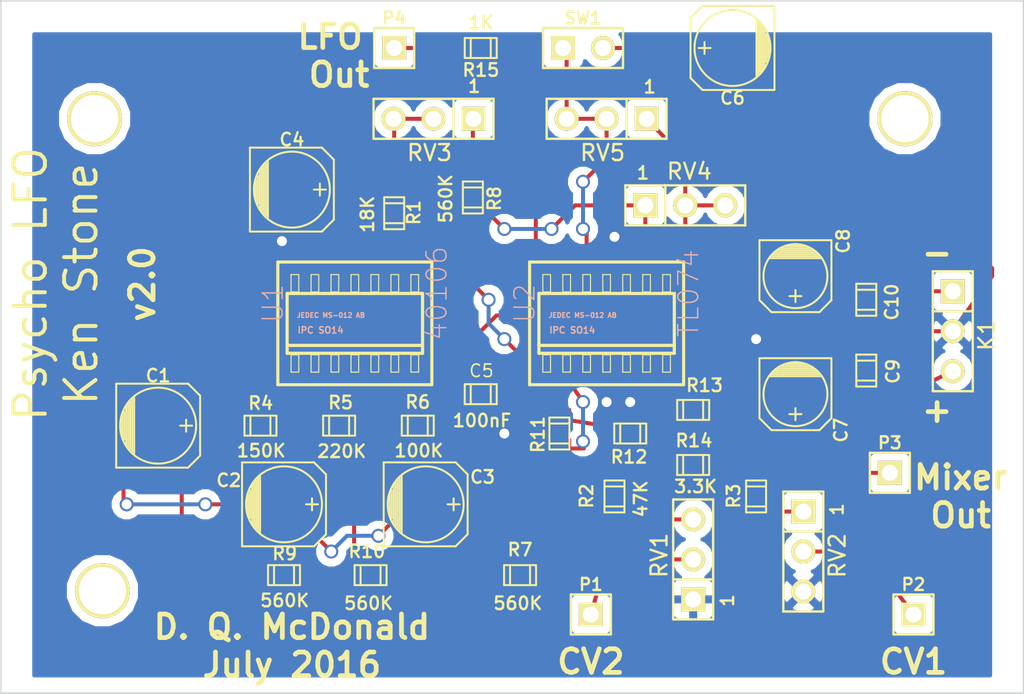
<source format=kicad_pcb>
(kicad_pcb (version 4) (host pcbnew 4.0.2-stable)

  (general
    (links 73)
    (no_connects 0)
    (area 106.949999 79.041664 172.050001 124.050001)
    (thickness 1.6)
    (drawings 30)
    (tracks 236)
    (zones 0)
    (modules 41)
    (nets 30)
  )

  (page A4)
  (title_block
    (title "Psycho LFO")
    (date 16/03/2016)
    (rev 2.0)
    (comment 1 "Based on a design by Ken Stone")
  )

  (layers
    (0 F.Cu signal)
    (31 B.Cu signal hide)
    (32 B.Adhes user)
    (33 F.Adhes user)
    (34 B.Paste user)
    (35 F.Paste user)
    (36 B.SilkS user)
    (37 F.SilkS user)
    (38 B.Mask user)
    (39 F.Mask user)
    (40 Dwgs.User user)
    (41 Cmts.User user)
    (42 Eco1.User user)
    (43 Eco2.User user)
    (44 Edge.Cuts user)
  )

  (setup
    (last_trace_width 0.254)
    (trace_clearance 0.254)
    (zone_clearance 0.508)
    (zone_45_only no)
    (trace_min 0.254)
    (segment_width 0.2)
    (edge_width 0.1)
    (via_size 0.889)
    (via_drill 0.635)
    (via_min_size 0.889)
    (via_min_drill 0.508)
    (uvia_size 0.508)
    (uvia_drill 0.127)
    (uvias_allowed no)
    (uvia_min_size 0.508)
    (uvia_min_drill 0.127)
    (pcb_text_width 0.3)
    (pcb_text_size 1.5 1.5)
    (mod_edge_width 0.15)
    (mod_text_size 1 1)
    (mod_text_width 0.15)
    (pad_size 4 4)
    (pad_drill 3)
    (pad_to_mask_clearance 0)
    (aux_axis_origin 0 0)
    (visible_elements FFFFFF7F)
    (pcbplotparams
      (layerselection 0x00030_80000001)
      (usegerberextensions true)
      (excludeedgelayer true)
      (linewidth 0.150000)
      (plotframeref false)
      (viasonmask false)
      (mode 1)
      (useauxorigin false)
      (hpglpennumber 1)
      (hpglpenspeed 20)
      (hpglpendiameter 15)
      (hpglpenoverlay 2)
      (psnegative false)
      (psa4output false)
      (plotreference true)
      (plotvalue true)
      (plotinvisibletext false)
      (padsonsilk false)
      (subtractmaskfromsilk false)
      (outputformat 1)
      (mirror false)
      (drillshape 0)
      (scaleselection 1)
      (outputdirectory Gerber/))
  )

  (net 0 "")
  (net 1 +V)
  (net 2 -V)
  (net 3 GND)
  (net 4 "Net-(C1-Pad1)")
  (net 5 "Net-(C2-Pad1)")
  (net 6 "Net-(C3-Pad1)")
  (net 7 "Net-(C4-Pad1)")
  (net 8 "Net-(C6-Pad1)")
  (net 9 "Net-(P1-Pad1)")
  (net 10 "Net-(P2-Pad1)")
  (net 11 "Net-(P3-Pad1)")
  (net 12 "Net-(P4-Pad1)")
  (net 13 "Net-(R1-Pad2)")
  (net 14 "Net-(R10-Pad1)")
  (net 15 "Net-(R10-Pad2)")
  (net 16 "Net-(R11-Pad1)")
  (net 17 "Net-(R11-Pad2)")
  (net 18 "Net-(R12-Pad1)")
  (net 19 "Net-(R13-Pad1)")
  (net 20 "Net-(R15-Pad2)")
  (net 21 "Net-(R2-Pad2)")
  (net 22 "Net-(R3-Pad2)")
  (net 23 "Net-(R4-Pad1)")
  (net 24 "Net-(R6-Pad1)")
  (net 25 "Net-(R8-Pad2)")
  (net 26 "Net-(RV4-Pad2)")
  (net 27 "Net-(RV5-Pad2)")
  (net 28 "Net-(U1-Pad10)")
  (net 29 "Net-(U1-Pad12)")

  (net_class Default "This is the default net class."
    (clearance 0.254)
    (trace_width 0.254)
    (via_dia 0.889)
    (via_drill 0.635)
    (uvia_dia 0.508)
    (uvia_drill 0.127)
    (add_net +V)
    (add_net -V)
    (add_net GND)
    (add_net "Net-(C1-Pad1)")
    (add_net "Net-(C2-Pad1)")
    (add_net "Net-(C3-Pad1)")
    (add_net "Net-(C4-Pad1)")
    (add_net "Net-(C6-Pad1)")
    (add_net "Net-(P1-Pad1)")
    (add_net "Net-(P2-Pad1)")
    (add_net "Net-(P3-Pad1)")
    (add_net "Net-(P4-Pad1)")
    (add_net "Net-(R1-Pad2)")
    (add_net "Net-(R10-Pad1)")
    (add_net "Net-(R10-Pad2)")
    (add_net "Net-(R11-Pad1)")
    (add_net "Net-(R11-Pad2)")
    (add_net "Net-(R12-Pad1)")
    (add_net "Net-(R13-Pad1)")
    (add_net "Net-(R15-Pad2)")
    (add_net "Net-(R2-Pad2)")
    (add_net "Net-(R3-Pad2)")
    (add_net "Net-(R4-Pad1)")
    (add_net "Net-(R6-Pad1)")
    (add_net "Net-(R8-Pad2)")
    (add_net "Net-(RV4-Pad2)")
    (add_net "Net-(RV5-Pad2)")
    (add_net "Net-(U1-Pad10)")
    (add_net "Net-(U1-Pad12)")
  )

  (module smd_capacitors:c_elec_5x4.5 (layer F.Cu) (tedit 579A5209) (tstamp 56EA2F8C)
    (at 125.5 92)
    (descr "SMT capacitor, aluminium electrolytic, 5x4.5")
    (path /565E9D50)
    (fp_text reference C4 (at 0 -3.175) (layer F.SilkS)
      (effects (font (size 0.8 0.8) (thickness 0.15)))
    )
    (fp_text value 2.2uF (at 0 3.175) (layer F.SilkS) hide
      (effects (font (size 0.50038 0.50038) (thickness 0.11938)))
    )
    (fp_line (start -2.286 -0.635) (end -2.286 0.762) (layer F.SilkS) (width 0.127))
    (fp_line (start -2.159 -0.889) (end -2.159 0.889) (layer F.SilkS) (width 0.127))
    (fp_line (start -2.032 -1.27) (end -2.032 1.27) (layer F.SilkS) (width 0.127))
    (fp_line (start -1.905 1.397) (end -1.905 -1.397) (layer F.SilkS) (width 0.127))
    (fp_line (start -1.778 -1.524) (end -1.778 1.524) (layer F.SilkS) (width 0.127))
    (fp_line (start -1.651 1.651) (end -1.651 -1.651) (layer F.SilkS) (width 0.127))
    (fp_line (start -1.524 -1.778) (end -1.524 1.778) (layer F.SilkS) (width 0.127))
    (fp_circle (center 0 0) (end -2.413 0) (layer F.SilkS) (width 0.127))
    (fp_line (start -2.667 -2.667) (end 1.905 -2.667) (layer F.SilkS) (width 0.127))
    (fp_line (start 1.905 -2.667) (end 2.667 -1.905) (layer F.SilkS) (width 0.127))
    (fp_line (start 2.667 -1.905) (end 2.667 1.905) (layer F.SilkS) (width 0.127))
    (fp_line (start 2.667 1.905) (end 1.905 2.667) (layer F.SilkS) (width 0.127))
    (fp_line (start 1.905 2.667) (end -2.667 2.667) (layer F.SilkS) (width 0.127))
    (fp_line (start -2.667 2.667) (end -2.667 -2.667) (layer F.SilkS) (width 0.127))
    (fp_line (start 2.159 0) (end 1.397 0) (layer F.SilkS) (width 0.127))
    (fp_line (start 1.778 -0.381) (end 1.778 0.381) (layer F.SilkS) (width 0.127))
    (pad 1 smd rect (at 2.19964 0) (size 2.99974 1.6002) (layers F.Cu F.Paste F.Mask)
      (net 7 "Net-(C4-Pad1)"))
    (pad 2 smd rect (at -2.19964 0) (size 2.99974 1.6002) (layers F.Cu F.Paste F.Mask)
      (net 2 -V))
    (model smd/capacitors/c_elec_5x4_5.wrl
      (at (xyz 0 0 0))
      (scale (xyz 1 1 1))
      (rotate (xyz 0 0 0))
    )
  )

  (module smd_capacitors:c_elec_5x4.5 (layer F.Cu) (tedit 579A50D3) (tstamp 56EA2F4A)
    (at 117 107)
    (descr "SMT capacitor, aluminium electrolytic, 5x4.5")
    (path /565E9D14)
    (fp_text reference C1 (at 0 -3.175) (layer F.SilkS)
      (effects (font (size 0.8 0.8) (thickness 0.15)))
    )
    (fp_text value 2.2uf (at 0 3.175) (layer F.SilkS) hide
      (effects (font (size 0.50038 0.50038) (thickness 0.11938)))
    )
    (fp_line (start -2.286 -0.635) (end -2.286 0.762) (layer F.SilkS) (width 0.127))
    (fp_line (start -2.159 -0.889) (end -2.159 0.889) (layer F.SilkS) (width 0.127))
    (fp_line (start -2.032 -1.27) (end -2.032 1.27) (layer F.SilkS) (width 0.127))
    (fp_line (start -1.905 1.397) (end -1.905 -1.397) (layer F.SilkS) (width 0.127))
    (fp_line (start -1.778 -1.524) (end -1.778 1.524) (layer F.SilkS) (width 0.127))
    (fp_line (start -1.651 1.651) (end -1.651 -1.651) (layer F.SilkS) (width 0.127))
    (fp_line (start -1.524 -1.778) (end -1.524 1.778) (layer F.SilkS) (width 0.127))
    (fp_circle (center 0 0) (end -2.413 0) (layer F.SilkS) (width 0.127))
    (fp_line (start -2.667 -2.667) (end 1.905 -2.667) (layer F.SilkS) (width 0.127))
    (fp_line (start 1.905 -2.667) (end 2.667 -1.905) (layer F.SilkS) (width 0.127))
    (fp_line (start 2.667 -1.905) (end 2.667 1.905) (layer F.SilkS) (width 0.127))
    (fp_line (start 2.667 1.905) (end 1.905 2.667) (layer F.SilkS) (width 0.127))
    (fp_line (start 1.905 2.667) (end -2.667 2.667) (layer F.SilkS) (width 0.127))
    (fp_line (start -2.667 2.667) (end -2.667 -2.667) (layer F.SilkS) (width 0.127))
    (fp_line (start 2.159 0) (end 1.397 0) (layer F.SilkS) (width 0.127))
    (fp_line (start 1.778 -0.381) (end 1.778 0.381) (layer F.SilkS) (width 0.127))
    (pad 1 smd rect (at 2.19964 0) (size 2.99974 1.6002) (layers F.Cu F.Paste F.Mask)
      (net 4 "Net-(C1-Pad1)"))
    (pad 2 smd rect (at -2.19964 0) (size 2.99974 1.6002) (layers F.Cu F.Paste F.Mask)
      (net 2 -V))
    (model smd/capacitors/c_elec_5x4_5.wrl
      (at (xyz 0 0 0))
      (scale (xyz 1 1 1))
      (rotate (xyz 0 0 0))
    )
  )

  (module smd_capacitors:c_elec_5x4.5 (layer F.Cu) (tedit 579A5432) (tstamp 56EA2F60)
    (at 125 112)
    (descr "SMT capacitor, aluminium electrolytic, 5x4.5")
    (path /565E9D28)
    (fp_text reference C2 (at -3.50926 -1.5227) (layer F.SilkS)
      (effects (font (size 0.8 0.8) (thickness 0.15)))
    )
    (fp_text value 2.2uF (at 0 3.175) (layer F.SilkS) hide
      (effects (font (size 0.50038 0.50038) (thickness 0.11938)))
    )
    (fp_line (start -2.286 -0.635) (end -2.286 0.762) (layer F.SilkS) (width 0.127))
    (fp_line (start -2.159 -0.889) (end -2.159 0.889) (layer F.SilkS) (width 0.127))
    (fp_line (start -2.032 -1.27) (end -2.032 1.27) (layer F.SilkS) (width 0.127))
    (fp_line (start -1.905 1.397) (end -1.905 -1.397) (layer F.SilkS) (width 0.127))
    (fp_line (start -1.778 -1.524) (end -1.778 1.524) (layer F.SilkS) (width 0.127))
    (fp_line (start -1.651 1.651) (end -1.651 -1.651) (layer F.SilkS) (width 0.127))
    (fp_line (start -1.524 -1.778) (end -1.524 1.778) (layer F.SilkS) (width 0.127))
    (fp_circle (center 0 0) (end -2.413 0) (layer F.SilkS) (width 0.127))
    (fp_line (start -2.667 -2.667) (end 1.905 -2.667) (layer F.SilkS) (width 0.127))
    (fp_line (start 1.905 -2.667) (end 2.667 -1.905) (layer F.SilkS) (width 0.127))
    (fp_line (start 2.667 -1.905) (end 2.667 1.905) (layer F.SilkS) (width 0.127))
    (fp_line (start 2.667 1.905) (end 1.905 2.667) (layer F.SilkS) (width 0.127))
    (fp_line (start 1.905 2.667) (end -2.667 2.667) (layer F.SilkS) (width 0.127))
    (fp_line (start -2.667 2.667) (end -2.667 -2.667) (layer F.SilkS) (width 0.127))
    (fp_line (start 2.159 0) (end 1.397 0) (layer F.SilkS) (width 0.127))
    (fp_line (start 1.778 -0.381) (end 1.778 0.381) (layer F.SilkS) (width 0.127))
    (pad 1 smd rect (at 2.19964 0) (size 2.99974 1.6002) (layers F.Cu F.Paste F.Mask)
      (net 5 "Net-(C2-Pad1)"))
    (pad 2 smd rect (at -2.19964 0) (size 2.99974 1.6002) (layers F.Cu F.Paste F.Mask)
      (net 2 -V))
    (model smd/capacitors/c_elec_5x4_5.wrl
      (at (xyz 0 0 0))
      (scale (xyz 1 1 1))
      (rotate (xyz 0 0 0))
    )
  )

  (module smd_capacitors:c_elec_5x4.5 (layer F.Cu) (tedit 579A5437) (tstamp 56EA2F76)
    (at 134 112)
    (descr "SMT capacitor, aluminium electrolytic, 5x4.5")
    (path /565E9D3C)
    (fp_text reference C3 (at 3.6172 -1.73606) (layer F.SilkS)
      (effects (font (size 0.8 0.8) (thickness 0.15)))
    )
    (fp_text value 2.2uF (at 0 3.175) (layer F.SilkS) hide
      (effects (font (size 0.50038 0.50038) (thickness 0.11938)))
    )
    (fp_line (start -2.286 -0.635) (end -2.286 0.762) (layer F.SilkS) (width 0.127))
    (fp_line (start -2.159 -0.889) (end -2.159 0.889) (layer F.SilkS) (width 0.127))
    (fp_line (start -2.032 -1.27) (end -2.032 1.27) (layer F.SilkS) (width 0.127))
    (fp_line (start -1.905 1.397) (end -1.905 -1.397) (layer F.SilkS) (width 0.127))
    (fp_line (start -1.778 -1.524) (end -1.778 1.524) (layer F.SilkS) (width 0.127))
    (fp_line (start -1.651 1.651) (end -1.651 -1.651) (layer F.SilkS) (width 0.127))
    (fp_line (start -1.524 -1.778) (end -1.524 1.778) (layer F.SilkS) (width 0.127))
    (fp_circle (center 0 0) (end -2.413 0) (layer F.SilkS) (width 0.127))
    (fp_line (start -2.667 -2.667) (end 1.905 -2.667) (layer F.SilkS) (width 0.127))
    (fp_line (start 1.905 -2.667) (end 2.667 -1.905) (layer F.SilkS) (width 0.127))
    (fp_line (start 2.667 -1.905) (end 2.667 1.905) (layer F.SilkS) (width 0.127))
    (fp_line (start 2.667 1.905) (end 1.905 2.667) (layer F.SilkS) (width 0.127))
    (fp_line (start 1.905 2.667) (end -2.667 2.667) (layer F.SilkS) (width 0.127))
    (fp_line (start -2.667 2.667) (end -2.667 -2.667) (layer F.SilkS) (width 0.127))
    (fp_line (start 2.159 0) (end 1.397 0) (layer F.SilkS) (width 0.127))
    (fp_line (start 1.778 -0.381) (end 1.778 0.381) (layer F.SilkS) (width 0.127))
    (pad 1 smd rect (at 2.19964 0) (size 2.99974 1.6002) (layers F.Cu F.Paste F.Mask)
      (net 6 "Net-(C3-Pad1)"))
    (pad 2 smd rect (at -2.19964 0) (size 2.99974 1.6002) (layers F.Cu F.Paste F.Mask)
      (net 2 -V))
    (model smd/capacitors/c_elec_5x4_5.wrl
      (at (xyz 0 0 0))
      (scale (xyz 1 1 1))
      (rotate (xyz 0 0 0))
    )
  )

  (module smd_capacitors:c_0805 (layer F.Cu) (tedit 579A4FDD) (tstamp 56EA2F98)
    (at 137.5 105)
    (descr "SMT capacitor, 0805")
    (path /56C42589)
    (fp_text reference C5 (at 0.04608 -1.48484) (layer F.SilkS)
      (effects (font (size 0.8 0.8) (thickness 0.1)))
    )
    (fp_text value 100nf (at 0 0.9906) (layer F.SilkS) hide
      (effects (font (size 0.29972 0.29972) (thickness 0.06096)))
    )
    (fp_line (start 0.635 -0.635) (end 0.635 0.635) (layer F.SilkS) (width 0.127))
    (fp_line (start -0.635 -0.635) (end -0.635 0.6096) (layer F.SilkS) (width 0.127))
    (fp_line (start -1.016 -0.635) (end 1.016 -0.635) (layer F.SilkS) (width 0.127))
    (fp_line (start 1.016 -0.635) (end 1.016 0.635) (layer F.SilkS) (width 0.127))
    (fp_line (start 1.016 0.635) (end -1.016 0.635) (layer F.SilkS) (width 0.127))
    (fp_line (start -1.016 0.635) (end -1.016 -0.635) (layer F.SilkS) (width 0.127))
    (pad 1 smd rect (at 0.9525 0) (size 1.30048 1.4986) (layers F.Cu F.Paste F.Mask)
      (net 3 GND))
    (pad 2 smd rect (at -0.9525 0) (size 1.30048 1.4986) (layers F.Cu F.Paste F.Mask)
      (net 2 -V))
    (model smd/capacitors/c_0805.wrl
      (at (xyz 0 0 0))
      (scale (xyz 1 1 1))
      (rotate (xyz 0 0 0))
    )
  )

  (module smd_capacitors:c_elec_5x4.5 (layer F.Cu) (tedit 579A5001) (tstamp 56EA2FAE)
    (at 153.5 83 180)
    (descr "SMT capacitor, aluminium electrolytic, 5x4.5")
    (path /56C4236E)
    (fp_text reference C6 (at 0 -3.175 180) (layer F.SilkS)
      (effects (font (size 0.8 0.8) (thickness 0.15)))
    )
    (fp_text value 2.2uF (at 0 3.175 180) (layer F.SilkS) hide
      (effects (font (size 0.50038 0.50038) (thickness 0.11938)))
    )
    (fp_line (start -2.286 -0.635) (end -2.286 0.762) (layer F.SilkS) (width 0.127))
    (fp_line (start -2.159 -0.889) (end -2.159 0.889) (layer F.SilkS) (width 0.127))
    (fp_line (start -2.032 -1.27) (end -2.032 1.27) (layer F.SilkS) (width 0.127))
    (fp_line (start -1.905 1.397) (end -1.905 -1.397) (layer F.SilkS) (width 0.127))
    (fp_line (start -1.778 -1.524) (end -1.778 1.524) (layer F.SilkS) (width 0.127))
    (fp_line (start -1.651 1.651) (end -1.651 -1.651) (layer F.SilkS) (width 0.127))
    (fp_line (start -1.524 -1.778) (end -1.524 1.778) (layer F.SilkS) (width 0.127))
    (fp_circle (center 0 0) (end -2.413 0) (layer F.SilkS) (width 0.127))
    (fp_line (start -2.667 -2.667) (end 1.905 -2.667) (layer F.SilkS) (width 0.127))
    (fp_line (start 1.905 -2.667) (end 2.667 -1.905) (layer F.SilkS) (width 0.127))
    (fp_line (start 2.667 -1.905) (end 2.667 1.905) (layer F.SilkS) (width 0.127))
    (fp_line (start 2.667 1.905) (end 1.905 2.667) (layer F.SilkS) (width 0.127))
    (fp_line (start 1.905 2.667) (end -2.667 2.667) (layer F.SilkS) (width 0.127))
    (fp_line (start -2.667 2.667) (end -2.667 -2.667) (layer F.SilkS) (width 0.127))
    (fp_line (start 2.159 0) (end 1.397 0) (layer F.SilkS) (width 0.127))
    (fp_line (start 1.778 -0.381) (end 1.778 0.381) (layer F.SilkS) (width 0.127))
    (pad 1 smd rect (at 2.19964 0 180) (size 2.99974 1.6002) (layers F.Cu F.Paste F.Mask)
      (net 8 "Net-(C6-Pad1)"))
    (pad 2 smd rect (at -2.19964 0 180) (size 2.99974 1.6002) (layers F.Cu F.Paste F.Mask)
      (net 3 GND))
    (model smd/capacitors/c_elec_5x4_5.wrl
      (at (xyz 0 0 0))
      (scale (xyz 1 1 1))
      (rotate (xyz 0 0 0))
    )
  )

  (module smd_capacitors:c_elec_4x4.5 (layer F.Cu) (tedit 579A55FD) (tstamp 56EA2FC5)
    (at 157.5 105 270)
    (descr "SMT capacitor, aluminium electrolytic, 4x4.5")
    (path /56E8A57D)
    (fp_text reference C7 (at 2.28198 -2.8883 270) (layer F.SilkS)
      (effects (font (size 0.8 0.8) (thickness 0.15)))
    )
    (fp_text value 10uF (at 0 2.794 270) (layer F.SilkS) hide
      (effects (font (size 0.50038 0.50038) (thickness 0.11938)))
    )
    (fp_line (start 1.651 0) (end 0.889 0) (layer F.SilkS) (width 0.127))
    (fp_line (start 1.27 -0.381) (end 1.27 0.381) (layer F.SilkS) (width 0.127))
    (fp_line (start 1.524 2.286) (end -2.286 2.286) (layer F.SilkS) (width 0.127))
    (fp_line (start 2.286 -1.524) (end 2.286 1.524) (layer F.SilkS) (width 0.127))
    (fp_line (start 1.524 2.286) (end 2.286 1.524) (layer F.SilkS) (width 0.127))
    (fp_line (start 1.524 -2.286) (end -2.286 -2.286) (layer F.SilkS) (width 0.127))
    (fp_line (start 1.524 -2.286) (end 2.286 -1.524) (layer F.SilkS) (width 0.127))
    (fp_line (start -2.032 0.127) (end -2.032 -0.127) (layer F.SilkS) (width 0.127))
    (fp_line (start -1.905 -0.635) (end -1.905 0.635) (layer F.SilkS) (width 0.127))
    (fp_line (start -1.778 0.889) (end -1.778 -0.889) (layer F.SilkS) (width 0.127))
    (fp_line (start -1.651 1.143) (end -1.651 -1.143) (layer F.SilkS) (width 0.127))
    (fp_line (start -1.524 -1.27) (end -1.524 1.27) (layer F.SilkS) (width 0.127))
    (fp_line (start -1.397 1.397) (end -1.397 -1.397) (layer F.SilkS) (width 0.127))
    (fp_line (start -1.27 -1.524) (end -1.27 1.524) (layer F.SilkS) (width 0.127))
    (fp_line (start -1.143 -1.651) (end -1.143 1.651) (layer F.SilkS) (width 0.127))
    (fp_circle (center 0 0) (end -2.032 0) (layer F.SilkS) (width 0.127))
    (fp_line (start -2.286 -2.286) (end -2.286 2.286) (layer F.SilkS) (width 0.127))
    (pad 1 smd rect (at 1.80086 0 270) (size 2.60096 1.6002) (layers F.Cu F.Paste F.Mask)
      (net 1 +V))
    (pad 2 smd rect (at -1.80086 0 270) (size 2.60096 1.6002) (layers F.Cu F.Paste F.Mask)
      (net 3 GND))
    (model smd/capacitors/c_elec_4x4_5.wrl
      (at (xyz 0 0 0))
      (scale (xyz 1 1 1))
      (rotate (xyz 0 0 0))
    )
  )

  (module smd_capacitors:c_elec_4x4.5 (layer F.Cu) (tedit 579A55EF) (tstamp 56EA2FDC)
    (at 157.5 97.5 270)
    (descr "SMT capacitor, aluminium electrolytic, 4x4.5")
    (path /56E8A60C)
    (fp_text reference C8 (at -2.2246 -3.03054 270) (layer F.SilkS)
      (effects (font (size 0.8 0.8) (thickness 0.15)))
    )
    (fp_text value 10uF (at 0 2.794 270) (layer F.SilkS) hide
      (effects (font (size 0.50038 0.50038) (thickness 0.11938)))
    )
    (fp_line (start 1.651 0) (end 0.889 0) (layer F.SilkS) (width 0.127))
    (fp_line (start 1.27 -0.381) (end 1.27 0.381) (layer F.SilkS) (width 0.127))
    (fp_line (start 1.524 2.286) (end -2.286 2.286) (layer F.SilkS) (width 0.127))
    (fp_line (start 2.286 -1.524) (end 2.286 1.524) (layer F.SilkS) (width 0.127))
    (fp_line (start 1.524 2.286) (end 2.286 1.524) (layer F.SilkS) (width 0.127))
    (fp_line (start 1.524 -2.286) (end -2.286 -2.286) (layer F.SilkS) (width 0.127))
    (fp_line (start 1.524 -2.286) (end 2.286 -1.524) (layer F.SilkS) (width 0.127))
    (fp_line (start -2.032 0.127) (end -2.032 -0.127) (layer F.SilkS) (width 0.127))
    (fp_line (start -1.905 -0.635) (end -1.905 0.635) (layer F.SilkS) (width 0.127))
    (fp_line (start -1.778 0.889) (end -1.778 -0.889) (layer F.SilkS) (width 0.127))
    (fp_line (start -1.651 1.143) (end -1.651 -1.143) (layer F.SilkS) (width 0.127))
    (fp_line (start -1.524 -1.27) (end -1.524 1.27) (layer F.SilkS) (width 0.127))
    (fp_line (start -1.397 1.397) (end -1.397 -1.397) (layer F.SilkS) (width 0.127))
    (fp_line (start -1.27 -1.524) (end -1.27 1.524) (layer F.SilkS) (width 0.127))
    (fp_line (start -1.143 -1.651) (end -1.143 1.651) (layer F.SilkS) (width 0.127))
    (fp_circle (center 0 0) (end -2.032 0) (layer F.SilkS) (width 0.127))
    (fp_line (start -2.286 -2.286) (end -2.286 2.286) (layer F.SilkS) (width 0.127))
    (pad 1 smd rect (at 1.80086 0 270) (size 2.60096 1.6002) (layers F.Cu F.Paste F.Mask)
      (net 3 GND))
    (pad 2 smd rect (at -1.80086 0 270) (size 2.60096 1.6002) (layers F.Cu F.Paste F.Mask)
      (net 2 -V))
    (model smd/capacitors/c_elec_4x4_5.wrl
      (at (xyz 0 0 0))
      (scale (xyz 1 1 1))
      (rotate (xyz 0 0 0))
    )
  )

  (module smd_capacitors:c_0805 (layer F.Cu) (tedit 579A512F) (tstamp 56EA2FE8)
    (at 162 103.5 270)
    (descr "SMT capacitor, 0805")
    (path /56E8A7EC)
    (fp_text reference C9 (at 0.05072 -1.69284 270) (layer F.SilkS)
      (effects (font (size 0.8 0.8) (thickness 0.15)))
    )
    (fp_text value 100nF (at 0 0.9906 270) (layer F.SilkS) hide
      (effects (font (size 0.29972 0.29972) (thickness 0.06096)))
    )
    (fp_line (start 0.635 -0.635) (end 0.635 0.635) (layer F.SilkS) (width 0.127))
    (fp_line (start -0.635 -0.635) (end -0.635 0.6096) (layer F.SilkS) (width 0.127))
    (fp_line (start -1.016 -0.635) (end 1.016 -0.635) (layer F.SilkS) (width 0.127))
    (fp_line (start 1.016 -0.635) (end 1.016 0.635) (layer F.SilkS) (width 0.127))
    (fp_line (start 1.016 0.635) (end -1.016 0.635) (layer F.SilkS) (width 0.127))
    (fp_line (start -1.016 0.635) (end -1.016 -0.635) (layer F.SilkS) (width 0.127))
    (pad 1 smd rect (at 0.9525 0 270) (size 1.30048 1.4986) (layers F.Cu F.Paste F.Mask)
      (net 1 +V))
    (pad 2 smd rect (at -0.9525 0 270) (size 1.30048 1.4986) (layers F.Cu F.Paste F.Mask)
      (net 3 GND))
    (model smd/capacitors/c_0805.wrl
      (at (xyz 0 0 0))
      (scale (xyz 1 1 1))
      (rotate (xyz 0 0 0))
    )
  )

  (module smd_capacitors:c_0805 (layer F.Cu) (tedit 579A5105) (tstamp 56EA2FF4)
    (at 162 99 270)
    (descr "SMT capacitor, 0805")
    (path /56E8A800)
    (fp_text reference C10 (at 0.14636 -1.62172 270) (layer F.SilkS)
      (effects (font (size 0.8 0.8) (thickness 0.15)))
    )
    (fp_text value 100nF (at 0 0.9906 270) (layer F.SilkS) hide
      (effects (font (size 0.29972 0.29972) (thickness 0.06096)))
    )
    (fp_line (start 0.635 -0.635) (end 0.635 0.635) (layer F.SilkS) (width 0.127))
    (fp_line (start -0.635 -0.635) (end -0.635 0.6096) (layer F.SilkS) (width 0.127))
    (fp_line (start -1.016 -0.635) (end 1.016 -0.635) (layer F.SilkS) (width 0.127))
    (fp_line (start 1.016 -0.635) (end 1.016 0.635) (layer F.SilkS) (width 0.127))
    (fp_line (start 1.016 0.635) (end -1.016 0.635) (layer F.SilkS) (width 0.127))
    (fp_line (start -1.016 0.635) (end -1.016 -0.635) (layer F.SilkS) (width 0.127))
    (pad 1 smd rect (at 0.9525 0 270) (size 1.30048 1.4986) (layers F.Cu F.Paste F.Mask)
      (net 3 GND))
    (pad 2 smd rect (at -0.9525 0 270) (size 1.30048 1.4986) (layers F.Cu F.Paste F.Mask)
      (net 2 -V))
    (model smd/capacitors/c_0805.wrl
      (at (xyz 0 0 0))
      (scale (xyz 1 1 1))
      (rotate (xyz 0 0 0))
    )
  )

  (module pin_array:PIN_ARRAY_3X1 (layer F.Cu) (tedit 4C1130E0) (tstamp 56EA3000)
    (at 167.5 101 270)
    (descr "Connecteur 3 pins")
    (tags "CONN DEV")
    (path /56E8A6F0)
    (fp_text reference K1 (at 0.254 -2.159 270) (layer F.SilkS)
      (effects (font (size 1.016 1.016) (thickness 0.1524)))
    )
    (fp_text value CONN_3 (at 0 -2.159 270) (layer F.SilkS) hide
      (effects (font (size 1.016 1.016) (thickness 0.1524)))
    )
    (fp_line (start -3.81 1.27) (end -3.81 -1.27) (layer F.SilkS) (width 0.1524))
    (fp_line (start -3.81 -1.27) (end 3.81 -1.27) (layer F.SilkS) (width 0.1524))
    (fp_line (start 3.81 -1.27) (end 3.81 1.27) (layer F.SilkS) (width 0.1524))
    (fp_line (start 3.81 1.27) (end -3.81 1.27) (layer F.SilkS) (width 0.1524))
    (fp_line (start -1.27 -1.27) (end -1.27 1.27) (layer F.SilkS) (width 0.1524))
    (pad 1 thru_hole rect (at -2.54 0 270) (size 1.524 1.524) (drill 1.016) (layers *.Cu *.Mask F.SilkS)
      (net 2 -V))
    (pad 2 thru_hole circle (at 0 0 270) (size 1.524 1.524) (drill 1.016) (layers *.Cu *.Mask F.SilkS)
      (net 3 GND))
    (pad 3 thru_hole circle (at 2.54 0 270) (size 1.524 1.524) (drill 1.016) (layers *.Cu *.Mask F.SilkS)
      (net 1 +V))
    (model pin_array/pins_array_3x1.wrl
      (at (xyz 0 0 0))
      (scale (xyz 1 1 1))
      (rotate (xyz 0 0 0))
    )
  )

  (module pin_array:PIN_ARRAY_1 (layer F.Cu) (tedit 4E4E744E) (tstamp 56EA3009)
    (at 144.5 119)
    (descr "1 pin")
    (tags "CONN DEV")
    (path /56E89ED6)
    (fp_text reference P1 (at 0 -1.905) (layer F.SilkS)
      (effects (font (size 0.762 0.762) (thickness 0.1524)))
    )
    (fp_text value CONN_1 (at 0 -1.905) (layer F.SilkS) hide
      (effects (font (size 0.762 0.762) (thickness 0.1524)))
    )
    (fp_line (start 1.27 1.27) (end -1.27 1.27) (layer F.SilkS) (width 0.1524))
    (fp_line (start -1.27 -1.27) (end 1.27 -1.27) (layer F.SilkS) (width 0.1524))
    (fp_line (start -1.27 1.27) (end -1.27 -1.27) (layer F.SilkS) (width 0.1524))
    (fp_line (start 1.27 -1.27) (end 1.27 1.27) (layer F.SilkS) (width 0.1524))
    (pad 1 thru_hole rect (at 0 0) (size 1.524 1.524) (drill 1.016) (layers *.Cu *.Mask F.SilkS)
      (net 9 "Net-(P1-Pad1)"))
    (model pin_array\pin_1.wrl
      (at (xyz 0 0 0))
      (scale (xyz 1 1 1))
      (rotate (xyz 0 0 0))
    )
  )

  (module pin_array:PIN_ARRAY_1 (layer F.Cu) (tedit 4E4E744E) (tstamp 56EA3012)
    (at 165 119)
    (descr "1 pin")
    (tags "CONN DEV")
    (path /56E89EC2)
    (fp_text reference P2 (at 0 -1.905) (layer F.SilkS)
      (effects (font (size 0.762 0.762) (thickness 0.1524)))
    )
    (fp_text value CONN_1 (at 0 -1.905) (layer F.SilkS) hide
      (effects (font (size 0.762 0.762) (thickness 0.1524)))
    )
    (fp_line (start 1.27 1.27) (end -1.27 1.27) (layer F.SilkS) (width 0.1524))
    (fp_line (start -1.27 -1.27) (end 1.27 -1.27) (layer F.SilkS) (width 0.1524))
    (fp_line (start -1.27 1.27) (end -1.27 -1.27) (layer F.SilkS) (width 0.1524))
    (fp_line (start 1.27 -1.27) (end 1.27 1.27) (layer F.SilkS) (width 0.1524))
    (pad 1 thru_hole rect (at 0 0) (size 1.524 1.524) (drill 1.016) (layers *.Cu *.Mask F.SilkS)
      (net 10 "Net-(P2-Pad1)"))
    (model pin_array\pin_1.wrl
      (at (xyz 0 0 0))
      (scale (xyz 1 1 1))
      (rotate (xyz 0 0 0))
    )
  )

  (module pin_array:PIN_ARRAY_1 (layer F.Cu) (tedit 4E4E744E) (tstamp 56EA301B)
    (at 163.5 110)
    (descr "1 pin")
    (tags "CONN DEV")
    (path /56E8A339)
    (fp_text reference P3 (at 0 -1.905) (layer F.SilkS)
      (effects (font (size 0.762 0.762) (thickness 0.1524)))
    )
    (fp_text value CONN_1 (at 0 -1.905) (layer F.SilkS) hide
      (effects (font (size 0.762 0.762) (thickness 0.1524)))
    )
    (fp_line (start 1.27 1.27) (end -1.27 1.27) (layer F.SilkS) (width 0.1524))
    (fp_line (start -1.27 -1.27) (end 1.27 -1.27) (layer F.SilkS) (width 0.1524))
    (fp_line (start -1.27 1.27) (end -1.27 -1.27) (layer F.SilkS) (width 0.1524))
    (fp_line (start 1.27 -1.27) (end 1.27 1.27) (layer F.SilkS) (width 0.1524))
    (pad 1 thru_hole rect (at 0 0) (size 1.524 1.524) (drill 1.016) (layers *.Cu *.Mask F.SilkS)
      (net 11 "Net-(P3-Pad1)"))
    (model pin_array\pin_1.wrl
      (at (xyz 0 0 0))
      (scale (xyz 1 1 1))
      (rotate (xyz 0 0 0))
    )
  )

  (module pin_array:PIN_ARRAY_1 (layer F.Cu) (tedit 4E4E744E) (tstamp 56EA3024)
    (at 132 83)
    (descr "1 pin")
    (tags "CONN DEV")
    (path /56C42353)
    (fp_text reference P4 (at 0 -1.905) (layer F.SilkS)
      (effects (font (size 0.762 0.762) (thickness 0.1524)))
    )
    (fp_text value Out (at 0 -1.905) (layer F.SilkS) hide
      (effects (font (size 0.762 0.762) (thickness 0.1524)))
    )
    (fp_line (start 1.27 1.27) (end -1.27 1.27) (layer F.SilkS) (width 0.1524))
    (fp_line (start -1.27 -1.27) (end 1.27 -1.27) (layer F.SilkS) (width 0.1524))
    (fp_line (start -1.27 1.27) (end -1.27 -1.27) (layer F.SilkS) (width 0.1524))
    (fp_line (start 1.27 -1.27) (end 1.27 1.27) (layer F.SilkS) (width 0.1524))
    (pad 1 thru_hole rect (at 0 0) (size 1.524 1.524) (drill 1.016) (layers *.Cu *.Mask F.SilkS)
      (net 12 "Net-(P4-Pad1)"))
    (model pin_array\pin_1.wrl
      (at (xyz 0 0 0))
      (scale (xyz 1 1 1))
      (rotate (xyz 0 0 0))
    )
  )

  (module smd_capacitors:c_0805 (layer F.Cu) (tedit 579A50EB) (tstamp 56EA3030)
    (at 132 93.5 270)
    (descr "SMT capacitor, 0805")
    (path /565E9DE4)
    (fp_text reference R1 (at -0.03816 -1.2484 270) (layer F.SilkS)
      (effects (font (size 0.8 0.8) (thickness 0.15)))
    )
    (fp_text value 18K (at 0 0.9906 270) (layer F.SilkS) hide
      (effects (font (size 0.29972 0.29972) (thickness 0.06096)))
    )
    (fp_line (start 0.635 -0.635) (end 0.635 0.635) (layer F.SilkS) (width 0.127))
    (fp_line (start -0.635 -0.635) (end -0.635 0.6096) (layer F.SilkS) (width 0.127))
    (fp_line (start -1.016 -0.635) (end 1.016 -0.635) (layer F.SilkS) (width 0.127))
    (fp_line (start 1.016 -0.635) (end 1.016 0.635) (layer F.SilkS) (width 0.127))
    (fp_line (start 1.016 0.635) (end -1.016 0.635) (layer F.SilkS) (width 0.127))
    (fp_line (start -1.016 0.635) (end -1.016 -0.635) (layer F.SilkS) (width 0.127))
    (pad 1 smd rect (at 0.9525 0 270) (size 1.30048 1.4986) (layers F.Cu F.Paste F.Mask)
      (net 7 "Net-(C4-Pad1)"))
    (pad 2 smd rect (at -0.9525 0 270) (size 1.30048 1.4986) (layers F.Cu F.Paste F.Mask)
      (net 13 "Net-(R1-Pad2)"))
    (model smd/capacitors/c_0805.wrl
      (at (xyz 0 0 0))
      (scale (xyz 1 1 1))
      (rotate (xyz 0 0 0))
    )
  )

  (module smd_capacitors:c_0805 (layer F.Cu) (tedit 579A509D) (tstamp 56EA303C)
    (at 146 111.5 90)
    (descr "SMT capacitor, 0805")
    (path /56E89AFA)
    (fp_text reference R2 (at 0.02702 -1.77372 90) (layer F.SilkS)
      (effects (font (size 0.8 0.8) (thickness 0.15)))
    )
    (fp_text value 47K (at 0 0.9906 90) (layer F.SilkS) hide
      (effects (font (size 0.29972 0.29972) (thickness 0.06096)))
    )
    (fp_line (start 0.635 -0.635) (end 0.635 0.635) (layer F.SilkS) (width 0.127))
    (fp_line (start -0.635 -0.635) (end -0.635 0.6096) (layer F.SilkS) (width 0.127))
    (fp_line (start -1.016 -0.635) (end 1.016 -0.635) (layer F.SilkS) (width 0.127))
    (fp_line (start 1.016 -0.635) (end 1.016 0.635) (layer F.SilkS) (width 0.127))
    (fp_line (start 1.016 0.635) (end -1.016 0.635) (layer F.SilkS) (width 0.127))
    (fp_line (start -1.016 0.635) (end -1.016 -0.635) (layer F.SilkS) (width 0.127))
    (pad 1 smd rect (at 0.9525 0 90) (size 1.30048 1.4986) (layers F.Cu F.Paste F.Mask)
      (net 17 "Net-(R11-Pad2)"))
    (pad 2 smd rect (at -0.9525 0 90) (size 1.30048 1.4986) (layers F.Cu F.Paste F.Mask)
      (net 21 "Net-(R2-Pad2)"))
    (model smd/capacitors/c_0805.wrl
      (at (xyz 0 0 0))
      (scale (xyz 1 1 1))
      (rotate (xyz 0 0 0))
    )
  )

  (module smd_capacitors:c_0805 (layer F.Cu) (tedit 579A50BF) (tstamp 56EA3048)
    (at 155 111.5 90)
    (descr "SMT capacitor, 0805")
    (path /56E89B0E)
    (fp_text reference R3 (at 0.02702 -1.4316 90) (layer F.SilkS)
      (effects (font (size 0.8 0.8) (thickness 0.15)))
    )
    (fp_text value 47K (at 0 0.9906 90) (layer F.SilkS) hide
      (effects (font (size 0.29972 0.29972) (thickness 0.06096)))
    )
    (fp_line (start 0.635 -0.635) (end 0.635 0.635) (layer F.SilkS) (width 0.127))
    (fp_line (start -0.635 -0.635) (end -0.635 0.6096) (layer F.SilkS) (width 0.127))
    (fp_line (start -1.016 -0.635) (end 1.016 -0.635) (layer F.SilkS) (width 0.127))
    (fp_line (start 1.016 -0.635) (end 1.016 0.635) (layer F.SilkS) (width 0.127))
    (fp_line (start 1.016 0.635) (end -1.016 0.635) (layer F.SilkS) (width 0.127))
    (fp_line (start -1.016 0.635) (end -1.016 -0.635) (layer F.SilkS) (width 0.127))
    (pad 1 smd rect (at 0.9525 0 90) (size 1.30048 1.4986) (layers F.Cu F.Paste F.Mask)
      (net 17 "Net-(R11-Pad2)"))
    (pad 2 smd rect (at -0.9525 0 90) (size 1.30048 1.4986) (layers F.Cu F.Paste F.Mask)
      (net 22 "Net-(R3-Pad2)"))
    (model smd/capacitors/c_0805.wrl
      (at (xyz 0 0 0))
      (scale (xyz 1 1 1))
      (rotate (xyz 0 0 0))
    )
  )

  (module smd_capacitors:c_0805 (layer F.Cu) (tedit 579A50D8) (tstamp 56EA3054)
    (at 123.5 107)
    (descr "SMT capacitor, 0805")
    (path /565E9C65)
    (fp_text reference R4 (at 0.01512 -1.4249) (layer F.SilkS)
      (effects (font (size 0.8 0.8) (thickness 0.15)))
    )
    (fp_text value 150K (at 0 0.9906) (layer F.SilkS) hide
      (effects (font (size 0.29972 0.29972) (thickness 0.06096)))
    )
    (fp_line (start 0.635 -0.635) (end 0.635 0.635) (layer F.SilkS) (width 0.127))
    (fp_line (start -0.635 -0.635) (end -0.635 0.6096) (layer F.SilkS) (width 0.127))
    (fp_line (start -1.016 -0.635) (end 1.016 -0.635) (layer F.SilkS) (width 0.127))
    (fp_line (start 1.016 -0.635) (end 1.016 0.635) (layer F.SilkS) (width 0.127))
    (fp_line (start 1.016 0.635) (end -1.016 0.635) (layer F.SilkS) (width 0.127))
    (fp_line (start -1.016 0.635) (end -1.016 -0.635) (layer F.SilkS) (width 0.127))
    (pad 1 smd rect (at 0.9525 0) (size 1.30048 1.4986) (layers F.Cu F.Paste F.Mask)
      (net 23 "Net-(R4-Pad1)"))
    (pad 2 smd rect (at -0.9525 0) (size 1.30048 1.4986) (layers F.Cu F.Paste F.Mask)
      (net 4 "Net-(C1-Pad1)"))
    (model smd/capacitors/c_0805.wrl
      (at (xyz 0 0 0))
      (scale (xyz 1 1 1))
      (rotate (xyz 0 0 0))
    )
  )

  (module smd_capacitors:c_0805 (layer F.Cu) (tedit 579A50DE) (tstamp 56EA3060)
    (at 128.5 107)
    (descr "SMT capacitor, 0805")
    (path /565E9C79)
    (fp_text reference R5 (at 0.09512 -1.46046) (layer F.SilkS)
      (effects (font (size 0.8 0.8) (thickness 0.15)))
    )
    (fp_text value 220K (at 0 0.9906) (layer F.SilkS) hide
      (effects (font (size 0.29972 0.29972) (thickness 0.06096)))
    )
    (fp_line (start 0.635 -0.635) (end 0.635 0.635) (layer F.SilkS) (width 0.127))
    (fp_line (start -0.635 -0.635) (end -0.635 0.6096) (layer F.SilkS) (width 0.127))
    (fp_line (start -1.016 -0.635) (end 1.016 -0.635) (layer F.SilkS) (width 0.127))
    (fp_line (start 1.016 -0.635) (end 1.016 0.635) (layer F.SilkS) (width 0.127))
    (fp_line (start 1.016 0.635) (end -1.016 0.635) (layer F.SilkS) (width 0.127))
    (fp_line (start -1.016 0.635) (end -1.016 -0.635) (layer F.SilkS) (width 0.127))
    (pad 1 smd rect (at 0.9525 0) (size 1.30048 1.4986) (layers F.Cu F.Paste F.Mask)
      (net 15 "Net-(R10-Pad2)"))
    (pad 2 smd rect (at -0.9525 0) (size 1.30048 1.4986) (layers F.Cu F.Paste F.Mask)
      (net 5 "Net-(C2-Pad1)"))
    (model smd/capacitors/c_0805.wrl
      (at (xyz 0 0 0))
      (scale (xyz 1 1 1))
      (rotate (xyz 0 0 0))
    )
  )

  (module smd_capacitors:c_0805 (layer F.Cu) (tedit 579A50E5) (tstamp 56EA306C)
    (at 133.5 107)
    (descr "SMT capacitor, 0805")
    (path /565E9C8D)
    (fp_text reference R6 (at -0.00268 -1.49602) (layer F.SilkS)
      (effects (font (size 0.8 0.8) (thickness 0.15)))
    )
    (fp_text value 100K (at 0 0.9906) (layer F.SilkS) hide
      (effects (font (size 0.29972 0.29972) (thickness 0.06096)))
    )
    (fp_line (start 0.635 -0.635) (end 0.635 0.635) (layer F.SilkS) (width 0.127))
    (fp_line (start -0.635 -0.635) (end -0.635 0.6096) (layer F.SilkS) (width 0.127))
    (fp_line (start -1.016 -0.635) (end 1.016 -0.635) (layer F.SilkS) (width 0.127))
    (fp_line (start 1.016 -0.635) (end 1.016 0.635) (layer F.SilkS) (width 0.127))
    (fp_line (start 1.016 0.635) (end -1.016 0.635) (layer F.SilkS) (width 0.127))
    (fp_line (start -1.016 0.635) (end -1.016 -0.635) (layer F.SilkS) (width 0.127))
    (pad 1 smd rect (at 0.9525 0) (size 1.30048 1.4986) (layers F.Cu F.Paste F.Mask)
      (net 24 "Net-(R6-Pad1)"))
    (pad 2 smd rect (at -0.9525 0) (size 1.30048 1.4986) (layers F.Cu F.Paste F.Mask)
      (net 6 "Net-(C3-Pad1)"))
    (model smd/capacitors/c_0805.wrl
      (at (xyz 0 0 0))
      (scale (xyz 1 1 1))
      (rotate (xyz 0 0 0))
    )
  )

  (module smd_capacitors:c_0805 (layer F.Cu) (tedit 579A508F) (tstamp 56EA3078)
    (at 140 116.5)
    (descr "SMT capacitor, 0805")
    (path /565EA21F)
    (fp_text reference R7 (at -0.00282 -1.6158) (layer F.SilkS)
      (effects (font (size 0.8 0.8) (thickness 0.15)))
    )
    (fp_text value 560K (at 0 0.9906) (layer F.SilkS) hide
      (effects (font (size 0.29972 0.29972) (thickness 0.06096)))
    )
    (fp_line (start 0.635 -0.635) (end 0.635 0.635) (layer F.SilkS) (width 0.127))
    (fp_line (start -0.635 -0.635) (end -0.635 0.6096) (layer F.SilkS) (width 0.127))
    (fp_line (start -1.016 -0.635) (end 1.016 -0.635) (layer F.SilkS) (width 0.127))
    (fp_line (start 1.016 -0.635) (end 1.016 0.635) (layer F.SilkS) (width 0.127))
    (fp_line (start 1.016 0.635) (end -1.016 0.635) (layer F.SilkS) (width 0.127))
    (fp_line (start -1.016 0.635) (end -1.016 -0.635) (layer F.SilkS) (width 0.127))
    (pad 1 smd rect (at 0.9525 0) (size 1.30048 1.4986) (layers F.Cu F.Paste F.Mask)
      (net 14 "Net-(R10-Pad1)"))
    (pad 2 smd rect (at -0.9525 0) (size 1.30048 1.4986) (layers F.Cu F.Paste F.Mask)
      (net 24 "Net-(R6-Pad1)"))
    (model smd/capacitors/c_0805.wrl
      (at (xyz 0 0 0))
      (scale (xyz 1 1 1))
      (rotate (xyz 0 0 0))
    )
  )

  (module smd_capacitors:c_0805 (layer F.Cu) (tedit 579A50F1) (tstamp 56EA3084)
    (at 137 92.5 270)
    (descr "SMT capacitor, 0805")
    (path /565EA233)
    (fp_text reference R8 (at 0.07538 -1.36396 270) (layer F.SilkS)
      (effects (font (size 0.8 0.8) (thickness 0.15)))
    )
    (fp_text value 560K (at 0 0.9906 270) (layer F.SilkS) hide
      (effects (font (size 0.29972 0.29972) (thickness 0.06096)))
    )
    (fp_line (start 0.635 -0.635) (end 0.635 0.635) (layer F.SilkS) (width 0.127))
    (fp_line (start -0.635 -0.635) (end -0.635 0.6096) (layer F.SilkS) (width 0.127))
    (fp_line (start -1.016 -0.635) (end 1.016 -0.635) (layer F.SilkS) (width 0.127))
    (fp_line (start 1.016 -0.635) (end 1.016 0.635) (layer F.SilkS) (width 0.127))
    (fp_line (start 1.016 0.635) (end -1.016 0.635) (layer F.SilkS) (width 0.127))
    (fp_line (start -1.016 0.635) (end -1.016 -0.635) (layer F.SilkS) (width 0.127))
    (pad 1 smd rect (at 0.9525 0 270) (size 1.30048 1.4986) (layers F.Cu F.Paste F.Mask)
      (net 14 "Net-(R10-Pad1)"))
    (pad 2 smd rect (at -0.9525 0 270) (size 1.30048 1.4986) (layers F.Cu F.Paste F.Mask)
      (net 25 "Net-(R8-Pad2)"))
    (model smd/capacitors/c_0805.wrl
      (at (xyz 0 0 0))
      (scale (xyz 1 1 1))
      (rotate (xyz 0 0 0))
    )
  )

  (module smd_capacitors:c_0805 (layer F.Cu) (tedit 579A5067) (tstamp 56EA3090)
    (at 125 116.5)
    (descr "SMT capacitor, 0805")
    (path /565EA1F7)
    (fp_text reference R9 (at 0.04166 -1.36942) (layer F.SilkS)
      (effects (font (size 0.8 0.8) (thickness 0.15)))
    )
    (fp_text value 560K (at 0 0.9906) (layer F.SilkS) hide
      (effects (font (size 0.29972 0.29972) (thickness 0.06096)))
    )
    (fp_line (start 0.635 -0.635) (end 0.635 0.635) (layer F.SilkS) (width 0.127))
    (fp_line (start -0.635 -0.635) (end -0.635 0.6096) (layer F.SilkS) (width 0.127))
    (fp_line (start -1.016 -0.635) (end 1.016 -0.635) (layer F.SilkS) (width 0.127))
    (fp_line (start 1.016 -0.635) (end 1.016 0.635) (layer F.SilkS) (width 0.127))
    (fp_line (start 1.016 0.635) (end -1.016 0.635) (layer F.SilkS) (width 0.127))
    (fp_line (start -1.016 0.635) (end -1.016 -0.635) (layer F.SilkS) (width 0.127))
    (pad 1 smd rect (at 0.9525 0) (size 1.30048 1.4986) (layers F.Cu F.Paste F.Mask)
      (net 14 "Net-(R10-Pad1)"))
    (pad 2 smd rect (at -0.9525 0) (size 1.30048 1.4986) (layers F.Cu F.Paste F.Mask)
      (net 23 "Net-(R4-Pad1)"))
    (model smd/capacitors/c_0805.wrl
      (at (xyz 0 0 0))
      (scale (xyz 1 1 1))
      (rotate (xyz 0 0 0))
    )
  )

  (module smd_capacitors:c_0805 (layer F.Cu) (tedit 579A507D) (tstamp 56EA309C)
    (at 130.5 116.5)
    (descr "SMT capacitor, 0805")
    (path /565EA20B)
    (fp_text reference R10 (at -0.2361 -1.50912) (layer F.SilkS)
      (effects (font (size 0.8 0.8) (thickness 0.15)))
    )
    (fp_text value 560K (at 0 0.9906) (layer F.SilkS) hide
      (effects (font (size 0.29972 0.29972) (thickness 0.06096)))
    )
    (fp_line (start 0.635 -0.635) (end 0.635 0.635) (layer F.SilkS) (width 0.127))
    (fp_line (start -0.635 -0.635) (end -0.635 0.6096) (layer F.SilkS) (width 0.127))
    (fp_line (start -1.016 -0.635) (end 1.016 -0.635) (layer F.SilkS) (width 0.127))
    (fp_line (start 1.016 -0.635) (end 1.016 0.635) (layer F.SilkS) (width 0.127))
    (fp_line (start 1.016 0.635) (end -1.016 0.635) (layer F.SilkS) (width 0.127))
    (fp_line (start -1.016 0.635) (end -1.016 -0.635) (layer F.SilkS) (width 0.127))
    (pad 1 smd rect (at 0.9525 0) (size 1.30048 1.4986) (layers F.Cu F.Paste F.Mask)
      (net 14 "Net-(R10-Pad1)"))
    (pad 2 smd rect (at -0.9525 0) (size 1.30048 1.4986) (layers F.Cu F.Paste F.Mask)
      (net 15 "Net-(R10-Pad2)"))
    (model smd/capacitors/c_0805.wrl
      (at (xyz 0 0 0))
      (scale (xyz 1 1 1))
      (rotate (xyz 0 0 0))
    )
  )

  (module smd_capacitors:c_0805 (layer F.Cu) (tedit 579A501A) (tstamp 56EA30A8)
    (at 142.5 107.5 90)
    (descr "SMT capacitor, 0805")
    (path /56E89BCF)
    (fp_text reference R11 (at -0.06646 -1.3649 90) (layer F.SilkS)
      (effects (font (size 0.8 0.8) (thickness 0.15)))
    )
    (fp_text value 47K (at 0 0.9906 90) (layer F.SilkS) hide
      (effects (font (size 0.29972 0.29972) (thickness 0.06096)))
    )
    (fp_line (start 0.635 -0.635) (end 0.635 0.635) (layer F.SilkS) (width 0.127))
    (fp_line (start -0.635 -0.635) (end -0.635 0.6096) (layer F.SilkS) (width 0.127))
    (fp_line (start -1.016 -0.635) (end 1.016 -0.635) (layer F.SilkS) (width 0.127))
    (fp_line (start 1.016 -0.635) (end 1.016 0.635) (layer F.SilkS) (width 0.127))
    (fp_line (start 1.016 0.635) (end -1.016 0.635) (layer F.SilkS) (width 0.127))
    (fp_line (start -1.016 0.635) (end -1.016 -0.635) (layer F.SilkS) (width 0.127))
    (pad 1 smd rect (at 0.9525 0 90) (size 1.30048 1.4986) (layers F.Cu F.Paste F.Mask)
      (net 16 "Net-(R11-Pad1)"))
    (pad 2 smd rect (at -0.9525 0 90) (size 1.30048 1.4986) (layers F.Cu F.Paste F.Mask)
      (net 17 "Net-(R11-Pad2)"))
    (model smd/capacitors/c_0805.wrl
      (at (xyz 0 0 0))
      (scale (xyz 1 1 1))
      (rotate (xyz 0 0 0))
    )
  )

  (module smd_capacitors:c_0805 (layer F.Cu) (tedit 579A5037) (tstamp 56EA30B4)
    (at 147 107.5)
    (descr "SMT capacitor, 0805")
    (path /56E89F79)
    (fp_text reference R12 (at -0.0737 1.48632) (layer F.SilkS)
      (effects (font (size 0.8 0.8) (thickness 0.15)))
    )
    (fp_text value 47K (at 0 0.9906) (layer F.SilkS) hide
      (effects (font (size 0.29972 0.29972) (thickness 0.06096)))
    )
    (fp_line (start 0.635 -0.635) (end 0.635 0.635) (layer F.SilkS) (width 0.127))
    (fp_line (start -0.635 -0.635) (end -0.635 0.6096) (layer F.SilkS) (width 0.127))
    (fp_line (start -1.016 -0.635) (end 1.016 -0.635) (layer F.SilkS) (width 0.127))
    (fp_line (start 1.016 -0.635) (end 1.016 0.635) (layer F.SilkS) (width 0.127))
    (fp_line (start 1.016 0.635) (end -1.016 0.635) (layer F.SilkS) (width 0.127))
    (fp_line (start -1.016 0.635) (end -1.016 -0.635) (layer F.SilkS) (width 0.127))
    (pad 1 smd rect (at 0.9525 0) (size 1.30048 1.4986) (layers F.Cu F.Paste F.Mask)
      (net 18 "Net-(R12-Pad1)"))
    (pad 2 smd rect (at -0.9525 0) (size 1.30048 1.4986) (layers F.Cu F.Paste F.Mask)
      (net 16 "Net-(R11-Pad1)"))
    (model smd/capacitors/c_0805.wrl
      (at (xyz 0 0 0))
      (scale (xyz 1 1 1))
      (rotate (xyz 0 0 0))
    )
  )

  (module smd_capacitors:c_0805 (layer F.Cu) (tedit 579A504F) (tstamp 56EA30C0)
    (at 151 106)
    (descr "SMT capacitor, 0805")
    (path /56E8A134)
    (fp_text reference R13 (at 0.72182 -1.56028) (layer F.SilkS)
      (effects (font (size 0.8 0.8) (thickness 0.15)))
    )
    (fp_text value 47K (at 0 0.9906) (layer F.SilkS) hide
      (effects (font (size 0.29972 0.29972) (thickness 0.06096)))
    )
    (fp_line (start 0.635 -0.635) (end 0.635 0.635) (layer F.SilkS) (width 0.127))
    (fp_line (start -0.635 -0.635) (end -0.635 0.6096) (layer F.SilkS) (width 0.127))
    (fp_line (start -1.016 -0.635) (end 1.016 -0.635) (layer F.SilkS) (width 0.127))
    (fp_line (start 1.016 -0.635) (end 1.016 0.635) (layer F.SilkS) (width 0.127))
    (fp_line (start 1.016 0.635) (end -1.016 0.635) (layer F.SilkS) (width 0.127))
    (fp_line (start -1.016 0.635) (end -1.016 -0.635) (layer F.SilkS) (width 0.127))
    (pad 1 smd rect (at 0.9525 0) (size 1.30048 1.4986) (layers F.Cu F.Paste F.Mask)
      (net 19 "Net-(R13-Pad1)"))
    (pad 2 smd rect (at -0.9525 0) (size 1.30048 1.4986) (layers F.Cu F.Paste F.Mask)
      (net 18 "Net-(R12-Pad1)"))
    (model smd/capacitors/c_0805.wrl
      (at (xyz 0 0 0))
      (scale (xyz 1 1 1))
      (rotate (xyz 0 0 0))
    )
  )

  (module smd_capacitors:c_0805 (layer F.Cu) (tedit 579A50AF) (tstamp 56EA30CC)
    (at 151 109.5)
    (descr "SMT capacitor, 0805")
    (path /56E8A241)
    (fp_text reference R14 (at 0.04618 -1.54492) (layer F.SilkS)
      (effects (font (size 0.8 0.8) (thickness 0.15)))
    )
    (fp_text value 3.3K (at 0 0.9906) (layer F.SilkS) hide
      (effects (font (size 0.29972 0.29972) (thickness 0.06096)))
    )
    (fp_line (start 0.635 -0.635) (end 0.635 0.635) (layer F.SilkS) (width 0.127))
    (fp_line (start -0.635 -0.635) (end -0.635 0.6096) (layer F.SilkS) (width 0.127))
    (fp_line (start -1.016 -0.635) (end 1.016 -0.635) (layer F.SilkS) (width 0.127))
    (fp_line (start 1.016 -0.635) (end 1.016 0.635) (layer F.SilkS) (width 0.127))
    (fp_line (start 1.016 0.635) (end -1.016 0.635) (layer F.SilkS) (width 0.127))
    (fp_line (start -1.016 0.635) (end -1.016 -0.635) (layer F.SilkS) (width 0.127))
    (pad 1 smd rect (at 0.9525 0) (size 1.30048 1.4986) (layers F.Cu F.Paste F.Mask)
      (net 11 "Net-(P3-Pad1)"))
    (pad 2 smd rect (at -0.9525 0) (size 1.30048 1.4986) (layers F.Cu F.Paste F.Mask)
      (net 19 "Net-(R13-Pad1)"))
    (model smd/capacitors/c_0805.wrl
      (at (xyz 0 0 0))
      (scale (xyz 1 1 1))
      (rotate (xyz 0 0 0))
    )
  )

  (module smd_capacitors:c_0805 (layer F.Cu) (tedit 579A5557) (tstamp 56EA30D8)
    (at 137.5 83 180)
    (descr "SMT capacitor, 0805")
    (path /56C422FB)
    (fp_text reference R15 (at -0.01052 -1.4042 180) (layer F.SilkS)
      (effects (font (size 0.8 0.8) (thickness 0.15)))
    )
    (fp_text value 1K (at 0 0.9906 180) (layer F.SilkS) hide
      (effects (font (size 0.29972 0.29972) (thickness 0.06096)))
    )
    (fp_line (start 0.635 -0.635) (end 0.635 0.635) (layer F.SilkS) (width 0.127))
    (fp_line (start -0.635 -0.635) (end -0.635 0.6096) (layer F.SilkS) (width 0.127))
    (fp_line (start -1.016 -0.635) (end 1.016 -0.635) (layer F.SilkS) (width 0.127))
    (fp_line (start 1.016 -0.635) (end 1.016 0.635) (layer F.SilkS) (width 0.127))
    (fp_line (start 1.016 0.635) (end -1.016 0.635) (layer F.SilkS) (width 0.127))
    (fp_line (start -1.016 0.635) (end -1.016 -0.635) (layer F.SilkS) (width 0.127))
    (pad 1 smd rect (at 0.9525 0 180) (size 1.30048 1.4986) (layers F.Cu F.Paste F.Mask)
      (net 12 "Net-(P4-Pad1)"))
    (pad 2 smd rect (at -0.9525 0 180) (size 1.30048 1.4986) (layers F.Cu F.Paste F.Mask)
      (net 20 "Net-(R15-Pad2)"))
    (model smd/capacitors/c_0805.wrl
      (at (xyz 0 0 0))
      (scale (xyz 1 1 1))
      (rotate (xyz 0 0 0))
    )
  )

  (module pin_array:PIN_ARRAY_3X1 (layer F.Cu) (tedit 4C1130E0) (tstamp 56EA30E4)
    (at 151 115.5 90)
    (descr "Connecteur 3 pins")
    (tags "CONN DEV")
    (path /56E89C3D)
    (fp_text reference RV1 (at 0.254 -2.159 90) (layer F.SilkS)
      (effects (font (size 1.016 1.016) (thickness 0.1524)))
    )
    (fp_text value "50K Lin" (at 0 -2.159 90) (layer F.SilkS) hide
      (effects (font (size 1.016 1.016) (thickness 0.1524)))
    )
    (fp_line (start -3.81 1.27) (end -3.81 -1.27) (layer F.SilkS) (width 0.1524))
    (fp_line (start -3.81 -1.27) (end 3.81 -1.27) (layer F.SilkS) (width 0.1524))
    (fp_line (start 3.81 -1.27) (end 3.81 1.27) (layer F.SilkS) (width 0.1524))
    (fp_line (start 3.81 1.27) (end -3.81 1.27) (layer F.SilkS) (width 0.1524))
    (fp_line (start -1.27 -1.27) (end -1.27 1.27) (layer F.SilkS) (width 0.1524))
    (pad 1 thru_hole rect (at -2.54 0 90) (size 1.524 1.524) (drill 1.016) (layers *.Cu *.Mask F.SilkS)
      (net 3 GND))
    (pad 2 thru_hole circle (at 0 0 90) (size 1.524 1.524) (drill 1.016) (layers *.Cu *.Mask F.SilkS)
      (net 9 "Net-(P1-Pad1)"))
    (pad 3 thru_hole circle (at 2.54 0 90) (size 1.524 1.524) (drill 1.016) (layers *.Cu *.Mask F.SilkS)
      (net 21 "Net-(R2-Pad2)"))
    (model pin_array/pins_array_3x1.wrl
      (at (xyz 0 0 0))
      (scale (xyz 1 1 1))
      (rotate (xyz 0 0 0))
    )
  )

  (module pin_array:PIN_ARRAY_3X1 (layer F.Cu) (tedit 4C1130E0) (tstamp 56EA30F0)
    (at 158 115 270)
    (descr "Connecteur 3 pins")
    (tags "CONN DEV")
    (path /56E89C51)
    (fp_text reference RV2 (at 0.254 -2.159 270) (layer F.SilkS)
      (effects (font (size 1.016 1.016) (thickness 0.1524)))
    )
    (fp_text value "50K Lin" (at 0 -2.159 270) (layer F.SilkS) hide
      (effects (font (size 1.016 1.016) (thickness 0.1524)))
    )
    (fp_line (start -3.81 1.27) (end -3.81 -1.27) (layer F.SilkS) (width 0.1524))
    (fp_line (start -3.81 -1.27) (end 3.81 -1.27) (layer F.SilkS) (width 0.1524))
    (fp_line (start 3.81 -1.27) (end 3.81 1.27) (layer F.SilkS) (width 0.1524))
    (fp_line (start 3.81 1.27) (end -3.81 1.27) (layer F.SilkS) (width 0.1524))
    (fp_line (start -1.27 -1.27) (end -1.27 1.27) (layer F.SilkS) (width 0.1524))
    (pad 1 thru_hole rect (at -2.54 0 270) (size 1.524 1.524) (drill 1.016) (layers *.Cu *.Mask F.SilkS)
      (net 22 "Net-(R3-Pad2)"))
    (pad 2 thru_hole circle (at 0 0 270) (size 1.524 1.524) (drill 1.016) (layers *.Cu *.Mask F.SilkS)
      (net 10 "Net-(P2-Pad1)"))
    (pad 3 thru_hole circle (at 2.54 0 270) (size 1.524 1.524) (drill 1.016) (layers *.Cu *.Mask F.SilkS)
      (net 3 GND))
    (model pin_array/pins_array_3x1.wrl
      (at (xyz 0 0 0))
      (scale (xyz 1 1 1))
      (rotate (xyz 0 0 0))
    )
  )

  (module pin_array:PIN_ARRAY_3X1 (layer F.Cu) (tedit 4C1130E0) (tstamp 56EA30FC)
    (at 134.5 87.5 180)
    (descr "Connecteur 3 pins")
    (tags "CONN DEV")
    (path /565E9E10)
    (fp_text reference RV3 (at 0.254 -2.159 180) (layer F.SilkS)
      (effects (font (size 1.016 1.016) (thickness 0.1524)))
    )
    (fp_text value POT (at 0 -2.159 180) (layer F.SilkS) hide
      (effects (font (size 1.016 1.016) (thickness 0.1524)))
    )
    (fp_line (start -3.81 1.27) (end -3.81 -1.27) (layer F.SilkS) (width 0.1524))
    (fp_line (start -3.81 -1.27) (end 3.81 -1.27) (layer F.SilkS) (width 0.1524))
    (fp_line (start 3.81 -1.27) (end 3.81 1.27) (layer F.SilkS) (width 0.1524))
    (fp_line (start 3.81 1.27) (end -3.81 1.27) (layer F.SilkS) (width 0.1524))
    (fp_line (start -1.27 -1.27) (end -1.27 1.27) (layer F.SilkS) (width 0.1524))
    (pad 1 thru_hole rect (at -2.54 0 180) (size 1.524 1.524) (drill 1.016) (layers *.Cu *.Mask F.SilkS)
      (net 25 "Net-(R8-Pad2)"))
    (pad 2 thru_hole circle (at 0 0 180) (size 1.524 1.524) (drill 1.016) (layers *.Cu *.Mask F.SilkS)
      (net 13 "Net-(R1-Pad2)"))
    (pad 3 thru_hole circle (at 2.54 0 180) (size 1.524 1.524) (drill 1.016) (layers *.Cu *.Mask F.SilkS)
      (net 13 "Net-(R1-Pad2)"))
    (model pin_array/pins_array_3x1.wrl
      (at (xyz 0 0 0))
      (scale (xyz 1 1 1))
      (rotate (xyz 0 0 0))
    )
  )

  (module pin_array:PIN_ARRAY_3X1 (layer F.Cu) (tedit 4C1130E0) (tstamp 56EA3108)
    (at 150.5 93)
    (descr "Connecteur 3 pins")
    (tags "CONN DEV")
    (path /56C41CDE)
    (fp_text reference RV4 (at 0.254 -2.159) (layer F.SilkS)
      (effects (font (size 1.016 1.016) (thickness 0.1524)))
    )
    (fp_text value 100K (at 0 -2.159) (layer F.SilkS) hide
      (effects (font (size 1.016 1.016) (thickness 0.1524)))
    )
    (fp_line (start -3.81 1.27) (end -3.81 -1.27) (layer F.SilkS) (width 0.1524))
    (fp_line (start -3.81 -1.27) (end 3.81 -1.27) (layer F.SilkS) (width 0.1524))
    (fp_line (start 3.81 -1.27) (end 3.81 1.27) (layer F.SilkS) (width 0.1524))
    (fp_line (start 3.81 1.27) (end -3.81 1.27) (layer F.SilkS) (width 0.1524))
    (fp_line (start -1.27 -1.27) (end -1.27 1.27) (layer F.SilkS) (width 0.1524))
    (pad 1 thru_hole rect (at -2.54 0) (size 1.524 1.524) (drill 1.016) (layers *.Cu *.Mask F.SilkS)
      (net 14 "Net-(R10-Pad1)"))
    (pad 2 thru_hole circle (at 0 0) (size 1.524 1.524) (drill 1.016) (layers *.Cu *.Mask F.SilkS)
      (net 26 "Net-(RV4-Pad2)"))
    (pad 3 thru_hole circle (at 2.54 0) (size 1.524 1.524) (drill 1.016) (layers *.Cu *.Mask F.SilkS)
      (net 26 "Net-(RV4-Pad2)"))
    (model pin_array/pins_array_3x1.wrl
      (at (xyz 0 0 0))
      (scale (xyz 1 1 1))
      (rotate (xyz 0 0 0))
    )
  )

  (module pin_array:PIN_ARRAY_3X1 (layer F.Cu) (tedit 4C1130E0) (tstamp 56EA3114)
    (at 145.5 87.5 180)
    (descr "Connecteur 3 pins")
    (tags "CONN DEV")
    (path /56C41F9B)
    (fp_text reference RV5 (at 0.254 -2.159 180) (layer F.SilkS)
      (effects (font (size 1.016 1.016) (thickness 0.1524)))
    )
    (fp_text value POT (at 0 -2.159 180) (layer F.SilkS) hide
      (effects (font (size 1.016 1.016) (thickness 0.1524)))
    )
    (fp_line (start -3.81 1.27) (end -3.81 -1.27) (layer F.SilkS) (width 0.1524))
    (fp_line (start -3.81 -1.27) (end 3.81 -1.27) (layer F.SilkS) (width 0.1524))
    (fp_line (start 3.81 -1.27) (end 3.81 1.27) (layer F.SilkS) (width 0.1524))
    (fp_line (start 3.81 1.27) (end -3.81 1.27) (layer F.SilkS) (width 0.1524))
    (fp_line (start -1.27 -1.27) (end -1.27 1.27) (layer F.SilkS) (width 0.1524))
    (pad 1 thru_hole rect (at -2.54 0 180) (size 1.524 1.524) (drill 1.016) (layers *.Cu *.Mask F.SilkS)
      (net 26 "Net-(RV4-Pad2)"))
    (pad 2 thru_hole circle (at 0 0 180) (size 1.524 1.524) (drill 1.016) (layers *.Cu *.Mask F.SilkS)
      (net 27 "Net-(RV5-Pad2)"))
    (pad 3 thru_hole circle (at 2.54 0 180) (size 1.524 1.524) (drill 1.016) (layers *.Cu *.Mask F.SilkS)
      (net 27 "Net-(RV5-Pad2)"))
    (model pin_array/pins_array_3x1.wrl
      (at (xyz 0 0 0))
      (scale (xyz 1 1 1))
      (rotate (xyz 0 0 0))
    )
  )

  (module pin_array:PIN_ARRAY_2X1 (layer F.Cu) (tedit 4565C520) (tstamp 56EA311E)
    (at 144 83)
    (descr "Connecteurs 2 pins")
    (tags "CONN DEV")
    (path /56C42111)
    (fp_text reference SW1 (at 0 -1.905) (layer F.SilkS)
      (effects (font (size 0.762 0.762) (thickness 0.1524)))
    )
    (fp_text value SPST (at 0 -1.905) (layer F.SilkS) hide
      (effects (font (size 0.762 0.762) (thickness 0.1524)))
    )
    (fp_line (start -2.54 1.27) (end -2.54 -1.27) (layer F.SilkS) (width 0.1524))
    (fp_line (start -2.54 -1.27) (end 2.54 -1.27) (layer F.SilkS) (width 0.1524))
    (fp_line (start 2.54 -1.27) (end 2.54 1.27) (layer F.SilkS) (width 0.1524))
    (fp_line (start 2.54 1.27) (end -2.54 1.27) (layer F.SilkS) (width 0.1524))
    (pad 1 thru_hole rect (at -1.27 0) (size 1.524 1.524) (drill 1.016) (layers *.Cu *.Mask F.SilkS)
      (net 27 "Net-(RV5-Pad2)"))
    (pad 2 thru_hole circle (at 1.27 0) (size 1.524 1.524) (drill 1.016) (layers *.Cu *.Mask F.SilkS)
      (net 8 "Net-(C6-Pad1)"))
    (model pin_array/pins_array_2x1.wrl
      (at (xyz 0 0 0))
      (scale (xyz 1 1 1))
      (rotate (xyz 0 0 0))
    )
  )

  (module ref-packages:-SO-14 (layer F.Cu) (tedit 200000) (tstamp 56EA34F4)
    (at 129.5 100.5)
    (descr "SMALL OUTLINE NARROW PLASTIC GULL WING")
    (tags "SMALL OUTLINE NARROW PLASTIC GULL WING")
    (path /565E9BDF)
    (attr smd)
    (fp_text reference U1 (at -5.207 -1.27 90) (layer B.SilkS)
      (effects (font (size 1.27 1.27) (thickness 0.0889)))
    )
    (fp_text value 40106 (at 5.207 -1.905 90) (layer B.SilkS)
      (effects (font (size 1.27 1.27) (thickness 0.0889)))
    )
    (fp_line (start -4.05384 3.0988) (end -3.56362 3.0988) (layer F.SilkS) (width 0.06604))
    (fp_line (start -3.56362 3.0988) (end -3.56362 1.99898) (layer F.SilkS) (width 0.06604))
    (fp_line (start -4.05384 1.99898) (end -3.56362 1.99898) (layer F.SilkS) (width 0.06604))
    (fp_line (start -4.05384 3.0988) (end -4.05384 1.99898) (layer F.SilkS) (width 0.06604))
    (fp_line (start -2.78384 3.0988) (end -2.29362 3.0988) (layer F.SilkS) (width 0.06604))
    (fp_line (start -2.29362 3.0988) (end -2.29362 1.99898) (layer F.SilkS) (width 0.06604))
    (fp_line (start -2.78384 1.99898) (end -2.29362 1.99898) (layer F.SilkS) (width 0.06604))
    (fp_line (start -2.78384 3.0988) (end -2.78384 1.99898) (layer F.SilkS) (width 0.06604))
    (fp_line (start -1.51384 3.0988) (end -1.02362 3.0988) (layer F.SilkS) (width 0.06604))
    (fp_line (start -1.02362 3.0988) (end -1.02362 1.99898) (layer F.SilkS) (width 0.06604))
    (fp_line (start -1.51384 1.99898) (end -1.02362 1.99898) (layer F.SilkS) (width 0.06604))
    (fp_line (start -1.51384 3.0988) (end -1.51384 1.99898) (layer F.SilkS) (width 0.06604))
    (fp_line (start -0.24384 3.0988) (end 0.24384 3.0988) (layer F.SilkS) (width 0.06604))
    (fp_line (start 0.24384 3.0988) (end 0.24384 1.99898) (layer F.SilkS) (width 0.06604))
    (fp_line (start -0.24384 1.99898) (end 0.24384 1.99898) (layer F.SilkS) (width 0.06604))
    (fp_line (start -0.24384 3.0988) (end -0.24384 1.99898) (layer F.SilkS) (width 0.06604))
    (fp_line (start -0.24384 -1.99898) (end 0.24384 -1.99898) (layer F.SilkS) (width 0.06604))
    (fp_line (start 0.24384 -1.99898) (end 0.24384 -3.0988) (layer F.SilkS) (width 0.06604))
    (fp_line (start -0.24384 -3.0988) (end 0.24384 -3.0988) (layer F.SilkS) (width 0.06604))
    (fp_line (start -0.24384 -1.99898) (end -0.24384 -3.0988) (layer F.SilkS) (width 0.06604))
    (fp_line (start -1.51384 -1.99898) (end -1.02362 -1.99898) (layer F.SilkS) (width 0.06604))
    (fp_line (start -1.02362 -1.99898) (end -1.02362 -3.0988) (layer F.SilkS) (width 0.06604))
    (fp_line (start -1.51384 -3.0988) (end -1.02362 -3.0988) (layer F.SilkS) (width 0.06604))
    (fp_line (start -1.51384 -1.99898) (end -1.51384 -3.0988) (layer F.SilkS) (width 0.06604))
    (fp_line (start -2.78384 -1.99898) (end -2.29362 -1.99898) (layer F.SilkS) (width 0.06604))
    (fp_line (start -2.29362 -1.99898) (end -2.29362 -3.0988) (layer F.SilkS) (width 0.06604))
    (fp_line (start -2.78384 -3.0988) (end -2.29362 -3.0988) (layer F.SilkS) (width 0.06604))
    (fp_line (start -2.78384 -1.99898) (end -2.78384 -3.0988) (layer F.SilkS) (width 0.06604))
    (fp_line (start -4.05384 -1.99898) (end -3.56362 -1.99898) (layer F.SilkS) (width 0.06604))
    (fp_line (start -3.56362 -1.99898) (end -3.56362 -3.0988) (layer F.SilkS) (width 0.06604))
    (fp_line (start -4.05384 -3.0988) (end -3.56362 -3.0988) (layer F.SilkS) (width 0.06604))
    (fp_line (start -4.05384 -1.99898) (end -4.05384 -3.0988) (layer F.SilkS) (width 0.06604))
    (fp_line (start 1.02362 3.0988) (end 1.51384 3.0988) (layer F.SilkS) (width 0.06604))
    (fp_line (start 1.51384 3.0988) (end 1.51384 1.99898) (layer F.SilkS) (width 0.06604))
    (fp_line (start 1.02362 1.99898) (end 1.51384 1.99898) (layer F.SilkS) (width 0.06604))
    (fp_line (start 1.02362 3.0988) (end 1.02362 1.99898) (layer F.SilkS) (width 0.06604))
    (fp_line (start 2.29362 3.0988) (end 2.78384 3.0988) (layer F.SilkS) (width 0.06604))
    (fp_line (start 2.78384 3.0988) (end 2.78384 1.99898) (layer F.SilkS) (width 0.06604))
    (fp_line (start 2.29362 1.99898) (end 2.78384 1.99898) (layer F.SilkS) (width 0.06604))
    (fp_line (start 2.29362 3.0988) (end 2.29362 1.99898) (layer F.SilkS) (width 0.06604))
    (fp_line (start 3.56362 3.0988) (end 4.05384 3.0988) (layer F.SilkS) (width 0.06604))
    (fp_line (start 4.05384 3.0988) (end 4.05384 1.99898) (layer F.SilkS) (width 0.06604))
    (fp_line (start 3.56362 1.99898) (end 4.05384 1.99898) (layer F.SilkS) (width 0.06604))
    (fp_line (start 3.56362 3.0988) (end 3.56362 1.99898) (layer F.SilkS) (width 0.06604))
    (fp_line (start 3.56362 -1.99898) (end 4.05384 -1.99898) (layer F.SilkS) (width 0.06604))
    (fp_line (start 4.05384 -1.99898) (end 4.05384 -3.0988) (layer F.SilkS) (width 0.06604))
    (fp_line (start 3.56362 -3.0988) (end 4.05384 -3.0988) (layer F.SilkS) (width 0.06604))
    (fp_line (start 3.56362 -1.99898) (end 3.56362 -3.0988) (layer F.SilkS) (width 0.06604))
    (fp_line (start 2.29362 -1.99898) (end 2.78384 -1.99898) (layer F.SilkS) (width 0.06604))
    (fp_line (start 2.78384 -1.99898) (end 2.78384 -3.0988) (layer F.SilkS) (width 0.06604))
    (fp_line (start 2.29362 -3.0988) (end 2.78384 -3.0988) (layer F.SilkS) (width 0.06604))
    (fp_line (start 2.29362 -1.99898) (end 2.29362 -3.0988) (layer F.SilkS) (width 0.06604))
    (fp_line (start 1.02362 -1.99898) (end 1.51384 -1.99898) (layer F.SilkS) (width 0.06604))
    (fp_line (start 1.51384 -1.99898) (end 1.51384 -3.0988) (layer F.SilkS) (width 0.06604))
    (fp_line (start 1.02362 -3.0988) (end 1.51384 -3.0988) (layer F.SilkS) (width 0.06604))
    (fp_line (start 1.02362 -1.99898) (end 1.02362 -3.0988) (layer F.SilkS) (width 0.06604))
    (fp_line (start -4.89458 -3.8989) (end 4.89458 -3.8989) (layer F.SilkS) (width 0.19812))
    (fp_line (start 4.89458 3.8989) (end -4.89458 3.8989) (layer F.SilkS) (width 0.19812))
    (fp_line (start -4.89458 3.8989) (end -4.89458 -3.8989) (layer F.SilkS) (width 0.19812))
    (fp_line (start 4.30276 1.89992) (end -4.30276 1.89992) (layer F.SilkS) (width 0.2032))
    (fp_line (start -4.30276 1.89992) (end -4.30276 1.39954) (layer F.SilkS) (width 0.2032))
    (fp_line (start -4.30276 1.39954) (end -4.30276 -1.89992) (layer F.SilkS) (width 0.2032))
    (fp_line (start 4.30276 1.39954) (end -4.30276 1.39954) (layer F.SilkS) (width 0.2032))
    (fp_line (start 4.30276 -1.89992) (end 4.30276 1.39954) (layer F.SilkS) (width 0.2032))
    (fp_line (start 4.30276 1.39954) (end 4.30276 1.89992) (layer F.SilkS) (width 0.2032))
    (fp_line (start 4.89458 -3.8989) (end 4.89458 3.8989) (layer F.SilkS) (width 0.19812))
    (fp_line (start -4.30276 -1.89992) (end 4.30276 -1.89992) (layer F.SilkS) (width 0.2032))
    (fp_text user "JEDEC MS-012 AB" (at -1.524 -0.51562) (layer B.SilkS)
      (effects (font (size 0.3048 0.3048) (thickness 0.0889)))
    )
    (fp_text user "IPC SO14" (at -2.18186 0.4318) (layer B.SilkS)
      (effects (font (size 0.4064 0.4064) (thickness 0.0889)))
    )
    (pad 1 smd rect (at -3.81 2.59842) (size 0.59944 2.19964) (layers F.Cu F.Paste F.Mask)
      (net 4 "Net-(C1-Pad1)"))
    (pad 2 smd rect (at -2.54 2.59842) (size 0.59944 2.19964) (layers F.Cu F.Paste F.Mask)
      (net 23 "Net-(R4-Pad1)"))
    (pad 3 smd rect (at -1.27 2.59842) (size 0.59944 2.19964) (layers F.Cu F.Paste F.Mask)
      (net 5 "Net-(C2-Pad1)"))
    (pad 4 smd rect (at 0 2.59842) (size 0.59944 2.19964) (layers F.Cu F.Paste F.Mask)
      (net 15 "Net-(R10-Pad2)"))
    (pad 5 smd rect (at 1.27 2.59842) (size 0.59944 2.19964) (layers F.Cu F.Paste F.Mask)
      (net 6 "Net-(C3-Pad1)"))
    (pad 6 smd rect (at 2.54 2.59842) (size 0.59944 2.19964) (layers F.Cu F.Paste F.Mask)
      (net 24 "Net-(R6-Pad1)"))
    (pad 7 smd rect (at 3.81 2.59842) (size 0.59944 2.19964) (layers F.Cu F.Paste F.Mask)
      (net 2 -V))
    (pad 8 smd rect (at 3.81 -2.59842) (size 0.59944 2.19964) (layers F.Cu F.Paste F.Mask)
      (net 25 "Net-(R8-Pad2)"))
    (pad 9 smd rect (at 2.54 -2.59842) (size 0.59944 2.19964) (layers F.Cu F.Paste F.Mask)
      (net 7 "Net-(C4-Pad1)"))
    (pad 10 smd rect (at 1.27 -2.59842) (size 0.59944 2.19964) (layers F.Cu F.Paste F.Mask)
      (net 28 "Net-(U1-Pad10)"))
    (pad 11 smd rect (at 0 -2.59842) (size 0.59944 2.19964) (layers F.Cu F.Paste F.Mask)
      (net 3 GND))
    (pad 12 smd rect (at -1.27 -2.59842) (size 0.59944 2.19964) (layers F.Cu F.Paste F.Mask)
      (net 29 "Net-(U1-Pad12)"))
    (pad 13 smd rect (at -2.54 -2.59842) (size 0.59944 2.19964) (layers F.Cu F.Paste F.Mask)
      (net 28 "Net-(U1-Pad10)"))
    (pad 14 smd rect (at -3.81 -2.59842) (size 0.59944 2.19964) (layers F.Cu F.Paste F.Mask)
      (net 3 GND))
  )

  (module ref-packages:-SO-14 (layer F.Cu) (tedit 200000) (tstamp 56EA31CC)
    (at 145.5 100.5)
    (descr "SMALL OUTLINE NARROW PLASTIC GULL WING")
    (tags "SMALL OUTLINE NARROW PLASTIC GULL WING")
    (path /56C41B52)
    (attr smd)
    (fp_text reference U2 (at -5.207 -1.27 90) (layer B.SilkS)
      (effects (font (size 1.27 1.27) (thickness 0.0889)))
    )
    (fp_text value TL074 (at 5.207 -1.905 90) (layer B.SilkS)
      (effects (font (size 1.27 1.27) (thickness 0.0889)))
    )
    (fp_line (start -4.05384 3.0988) (end -3.56362 3.0988) (layer F.SilkS) (width 0.06604))
    (fp_line (start -3.56362 3.0988) (end -3.56362 1.99898) (layer F.SilkS) (width 0.06604))
    (fp_line (start -4.05384 1.99898) (end -3.56362 1.99898) (layer F.SilkS) (width 0.06604))
    (fp_line (start -4.05384 3.0988) (end -4.05384 1.99898) (layer F.SilkS) (width 0.06604))
    (fp_line (start -2.78384 3.0988) (end -2.29362 3.0988) (layer F.SilkS) (width 0.06604))
    (fp_line (start -2.29362 3.0988) (end -2.29362 1.99898) (layer F.SilkS) (width 0.06604))
    (fp_line (start -2.78384 1.99898) (end -2.29362 1.99898) (layer F.SilkS) (width 0.06604))
    (fp_line (start -2.78384 3.0988) (end -2.78384 1.99898) (layer F.SilkS) (width 0.06604))
    (fp_line (start -1.51384 3.0988) (end -1.02362 3.0988) (layer F.SilkS) (width 0.06604))
    (fp_line (start -1.02362 3.0988) (end -1.02362 1.99898) (layer F.SilkS) (width 0.06604))
    (fp_line (start -1.51384 1.99898) (end -1.02362 1.99898) (layer F.SilkS) (width 0.06604))
    (fp_line (start -1.51384 3.0988) (end -1.51384 1.99898) (layer F.SilkS) (width 0.06604))
    (fp_line (start -0.24384 3.0988) (end 0.24384 3.0988) (layer F.SilkS) (width 0.06604))
    (fp_line (start 0.24384 3.0988) (end 0.24384 1.99898) (layer F.SilkS) (width 0.06604))
    (fp_line (start -0.24384 1.99898) (end 0.24384 1.99898) (layer F.SilkS) (width 0.06604))
    (fp_line (start -0.24384 3.0988) (end -0.24384 1.99898) (layer F.SilkS) (width 0.06604))
    (fp_line (start -0.24384 -1.99898) (end 0.24384 -1.99898) (layer F.SilkS) (width 0.06604))
    (fp_line (start 0.24384 -1.99898) (end 0.24384 -3.0988) (layer F.SilkS) (width 0.06604))
    (fp_line (start -0.24384 -3.0988) (end 0.24384 -3.0988) (layer F.SilkS) (width 0.06604))
    (fp_line (start -0.24384 -1.99898) (end -0.24384 -3.0988) (layer F.SilkS) (width 0.06604))
    (fp_line (start -1.51384 -1.99898) (end -1.02362 -1.99898) (layer F.SilkS) (width 0.06604))
    (fp_line (start -1.02362 -1.99898) (end -1.02362 -3.0988) (layer F.SilkS) (width 0.06604))
    (fp_line (start -1.51384 -3.0988) (end -1.02362 -3.0988) (layer F.SilkS) (width 0.06604))
    (fp_line (start -1.51384 -1.99898) (end -1.51384 -3.0988) (layer F.SilkS) (width 0.06604))
    (fp_line (start -2.78384 -1.99898) (end -2.29362 -1.99898) (layer F.SilkS) (width 0.06604))
    (fp_line (start -2.29362 -1.99898) (end -2.29362 -3.0988) (layer F.SilkS) (width 0.06604))
    (fp_line (start -2.78384 -3.0988) (end -2.29362 -3.0988) (layer F.SilkS) (width 0.06604))
    (fp_line (start -2.78384 -1.99898) (end -2.78384 -3.0988) (layer F.SilkS) (width 0.06604))
    (fp_line (start -4.05384 -1.99898) (end -3.56362 -1.99898) (layer F.SilkS) (width 0.06604))
    (fp_line (start -3.56362 -1.99898) (end -3.56362 -3.0988) (layer F.SilkS) (width 0.06604))
    (fp_line (start -4.05384 -3.0988) (end -3.56362 -3.0988) (layer F.SilkS) (width 0.06604))
    (fp_line (start -4.05384 -1.99898) (end -4.05384 -3.0988) (layer F.SilkS) (width 0.06604))
    (fp_line (start 1.02362 3.0988) (end 1.51384 3.0988) (layer F.SilkS) (width 0.06604))
    (fp_line (start 1.51384 3.0988) (end 1.51384 1.99898) (layer F.SilkS) (width 0.06604))
    (fp_line (start 1.02362 1.99898) (end 1.51384 1.99898) (layer F.SilkS) (width 0.06604))
    (fp_line (start 1.02362 3.0988) (end 1.02362 1.99898) (layer F.SilkS) (width 0.06604))
    (fp_line (start 2.29362 3.0988) (end 2.78384 3.0988) (layer F.SilkS) (width 0.06604))
    (fp_line (start 2.78384 3.0988) (end 2.78384 1.99898) (layer F.SilkS) (width 0.06604))
    (fp_line (start 2.29362 1.99898) (end 2.78384 1.99898) (layer F.SilkS) (width 0.06604))
    (fp_line (start 2.29362 3.0988) (end 2.29362 1.99898) (layer F.SilkS) (width 0.06604))
    (fp_line (start 3.56362 3.0988) (end 4.05384 3.0988) (layer F.SilkS) (width 0.06604))
    (fp_line (start 4.05384 3.0988) (end 4.05384 1.99898) (layer F.SilkS) (width 0.06604))
    (fp_line (start 3.56362 1.99898) (end 4.05384 1.99898) (layer F.SilkS) (width 0.06604))
    (fp_line (start 3.56362 3.0988) (end 3.56362 1.99898) (layer F.SilkS) (width 0.06604))
    (fp_line (start 3.56362 -1.99898) (end 4.05384 -1.99898) (layer F.SilkS) (width 0.06604))
    (fp_line (start 4.05384 -1.99898) (end 4.05384 -3.0988) (layer F.SilkS) (width 0.06604))
    (fp_line (start 3.56362 -3.0988) (end 4.05384 -3.0988) (layer F.SilkS) (width 0.06604))
    (fp_line (start 3.56362 -1.99898) (end 3.56362 -3.0988) (layer F.SilkS) (width 0.06604))
    (fp_line (start 2.29362 -1.99898) (end 2.78384 -1.99898) (layer F.SilkS) (width 0.06604))
    (fp_line (start 2.78384 -1.99898) (end 2.78384 -3.0988) (layer F.SilkS) (width 0.06604))
    (fp_line (start 2.29362 -3.0988) (end 2.78384 -3.0988) (layer F.SilkS) (width 0.06604))
    (fp_line (start 2.29362 -1.99898) (end 2.29362 -3.0988) (layer F.SilkS) (width 0.06604))
    (fp_line (start 1.02362 -1.99898) (end 1.51384 -1.99898) (layer F.SilkS) (width 0.06604))
    (fp_line (start 1.51384 -1.99898) (end 1.51384 -3.0988) (layer F.SilkS) (width 0.06604))
    (fp_line (start 1.02362 -3.0988) (end 1.51384 -3.0988) (layer F.SilkS) (width 0.06604))
    (fp_line (start 1.02362 -1.99898) (end 1.02362 -3.0988) (layer F.SilkS) (width 0.06604))
    (fp_line (start -4.89458 -3.8989) (end 4.89458 -3.8989) (layer F.SilkS) (width 0.19812))
    (fp_line (start 4.89458 3.8989) (end -4.89458 3.8989) (layer F.SilkS) (width 0.19812))
    (fp_line (start -4.89458 3.8989) (end -4.89458 -3.8989) (layer F.SilkS) (width 0.19812))
    (fp_line (start 4.30276 1.89992) (end -4.30276 1.89992) (layer F.SilkS) (width 0.2032))
    (fp_line (start -4.30276 1.89992) (end -4.30276 1.39954) (layer F.SilkS) (width 0.2032))
    (fp_line (start -4.30276 1.39954) (end -4.30276 -1.89992) (layer F.SilkS) (width 0.2032))
    (fp_line (start 4.30276 1.39954) (end -4.30276 1.39954) (layer F.SilkS) (width 0.2032))
    (fp_line (start 4.30276 -1.89992) (end 4.30276 1.39954) (layer F.SilkS) (width 0.2032))
    (fp_line (start 4.30276 1.39954) (end 4.30276 1.89992) (layer F.SilkS) (width 0.2032))
    (fp_line (start 4.89458 -3.8989) (end 4.89458 3.8989) (layer F.SilkS) (width 0.19812))
    (fp_line (start -4.30276 -1.89992) (end 4.30276 -1.89992) (layer F.SilkS) (width 0.2032))
    (fp_text user "JEDEC MS-012 AB" (at -1.524 -0.51562) (layer B.SilkS)
      (effects (font (size 0.3048 0.3048) (thickness 0.0889)))
    )
    (fp_text user "IPC SO14" (at -2.18186 0.4318) (layer B.SilkS)
      (effects (font (size 0.4064 0.4064) (thickness 0.0889)))
    )
    (pad 1 smd rect (at -3.81 2.59842) (size 0.59944 2.19964) (layers F.Cu F.Paste F.Mask)
      (net 16 "Net-(R11-Pad1)"))
    (pad 2 smd rect (at -2.54 2.59842) (size 0.59944 2.19964) (layers F.Cu F.Paste F.Mask)
      (net 17 "Net-(R11-Pad2)"))
    (pad 3 smd rect (at -1.27 2.59842) (size 0.59944 2.19964) (layers F.Cu F.Paste F.Mask)
      (net 3 GND))
    (pad 4 smd rect (at 0 2.59842) (size 0.59944 2.19964) (layers F.Cu F.Paste F.Mask)
      (net 1 +V))
    (pad 5 smd rect (at 1.27 2.59842) (size 0.59944 2.19964) (layers F.Cu F.Paste F.Mask)
      (net 3 GND))
    (pad 6 smd rect (at 2.54 2.59842) (size 0.59944 2.19964) (layers F.Cu F.Paste F.Mask)
      (net 18 "Net-(R12-Pad1)"))
    (pad 7 smd rect (at 3.81 2.59842) (size 0.59944 2.19964) (layers F.Cu F.Paste F.Mask)
      (net 19 "Net-(R13-Pad1)"))
    (pad 8 smd rect (at 3.81 -2.59842) (size 0.59944 2.19964) (layers F.Cu F.Paste F.Mask)
      (net 26 "Net-(RV4-Pad2)"))
    (pad 9 smd rect (at 2.54 -2.59842) (size 0.59944 2.19964) (layers F.Cu F.Paste F.Mask)
      (net 14 "Net-(R10-Pad1)"))
    (pad 10 smd rect (at 1.27 -2.59842) (size 0.59944 2.19964) (layers F.Cu F.Paste F.Mask)
      (net 3 GND))
    (pad 11 smd rect (at 0 -2.59842) (size 0.59944 2.19964) (layers F.Cu F.Paste F.Mask)
      (net 2 -V))
    (pad 12 smd rect (at -1.27 -2.59842) (size 0.59944 2.19964) (layers F.Cu F.Paste F.Mask)
      (net 27 "Net-(RV5-Pad2)"))
    (pad 13 smd rect (at -2.54 -2.59842) (size 0.59944 2.19964) (layers F.Cu F.Paste F.Mask)
      (net 20 "Net-(R15-Pad2)"))
    (pad 14 smd rect (at -3.81 -2.59842) (size 0.59944 2.19964) (layers F.Cu F.Paste F.Mask)
      (net 20 "Net-(R15-Pad2)"))
  )

  (module DQM:3MMMountingHole (layer F.Cu) (tedit 54D7E7D5) (tstamp 56FBFF01)
    (at 113 86.5)
    (fp_text reference "" (at 0 0) (layer F.SilkS)
      (effects (font (size 1 1) (thickness 0.15)))
    )
    (fp_text value "" (at 0 0) (layer F.SilkS)
      (effects (font (size 1 1) (thickness 0.15)))
    )
    (pad 1 thru_hole circle (at -0.04 0.99) (size 3.5 3.5) (drill 3) (layers *.Cu *.Mask F.SilkS))
  )

  (module DQM:3MMMountingHole (layer F.Cu) (tedit 54D7E7D5) (tstamp 56FBFF0A)
    (at 113.5 116.5)
    (fp_text reference "" (at 0 0) (layer F.SilkS)
      (effects (font (size 1 1) (thickness 0.15)))
    )
    (fp_text value "" (at 0 0) (layer F.SilkS)
      (effects (font (size 1 1) (thickness 0.15)))
    )
    (pad 1 thru_hole circle (at -0.04 0.99) (size 3.5 3.5) (drill 3) (layers *.Cu *.Mask F.SilkS))
  )

  (module DQM:3MMMountingHole (layer F.Cu) (tedit 54D7E7D5) (tstamp 56FBFF13)
    (at 164.5 86.5)
    (fp_text reference "" (at 0 0) (layer F.SilkS)
      (effects (font (size 1 1) (thickness 0.15)))
    )
    (fp_text value "" (at 0 0) (layer F.SilkS)
      (effects (font (size 1 1) (thickness 0.15)))
    )
    (pad 1 thru_hole circle (at -0.04 0.99) (size 3.5 3.5) (drill 3) (layers *.Cu *.Mask F.SilkS))
  )

  (gr_text 47K (at 147.67052 111.65078 90) (layer F.SilkS)
    (effects (font (size 0.8 0.8) (thickness 0.15)))
  )
  (gr_text 3.3K (at 151.15286 110.86846) (layer F.SilkS)
    (effects (font (size 0.8 0.8) (thickness 0.15)))
  )
  (gr_text 1K (at 137.51052 81.38414) (layer F.SilkS)
    (effects (font (size 0.8 0.8) (thickness 0.15)))
  )
  (gr_text 560K (at 135.27278 92.57538 90) (layer F.SilkS)
    (effects (font (size 0.8 0.8) (thickness 0.15)))
  )
  (gr_text 18K (at 130.29946 93.56852 90) (layer F.SilkS)
    (effects (font (size 0.8 0.8) (thickness 0.15)))
  )
  (gr_text 100nF (at 137.58164 106.67746) (layer F.SilkS)
    (effects (font (size 0.8 0.8) (thickness 0.15)))
  )
  (gr_text 560K (at 125.04166 118.11508) (layer F.SilkS)
    (effects (font (size 0.8 0.8) (thickness 0.15)))
  )
  (gr_text 560K (at 130.37058 118.29288) (layer F.SilkS)
    (effects (font (size 0.8 0.8) (thickness 0.15)))
  )
  (gr_text 560K (at 139.85748 118.29288) (layer F.SilkS)
    (effects (font (size 0.8 0.8) (thickness 0.15)))
  )
  (gr_text 100K (at 133.56844 108.59516) (layer F.SilkS)
    (effects (font (size 0.8 0.8) (thickness 0.15)))
  )
  (gr_text 220K (at 128.66624 108.63072) (layer F.SilkS)
    (effects (font (size 0.8 0.8) (thickness 0.15)))
  )
  (gr_text 150K (at 123.55068 108.59516) (layer F.SilkS)
    (effects (font (size 0.8 0.8) (thickness 0.15)))
  )
  (gr_text 1 (at 160.13938 112.32642 90) (layer F.SilkS)
    (effects (font (size 0.8 0.8) (thickness 0.15)))
  )
  (gr_text 1 (at 153.17724 118.11508 90) (layer F.SilkS)
    (effects (font (size 0.8 0.8) (thickness 0.15)))
  )
  (gr_text 1 (at 147.81276 90.93962) (layer F.SilkS)
    (effects (font (size 0.8 0.8) (thickness 0.15)))
  )
  (gr_text 1 (at 148.23948 85.46846) (layer F.SilkS)
    (effects (font (size 0.8 0.8) (thickness 0.15)))
  )
  (gr_text 1 (at 137.08634 85.4329) (layer F.SilkS)
    (effects (font (size 0.8 0.8) (thickness 0.15)))
  )
  (gr_text v2.0 (at 116 98 90) (layer F.SilkS)
    (effects (font (size 1.5 1.5) (thickness 0.3)))
  )
  (gr_text "D. Q. McDonald\nJuly 2016" (at 125.5 121) (layer F.SilkS)
    (effects (font (size 1.5 1.5) (thickness 0.3)))
  )
  (gr_text "Psycho LFO\nKen Stone" (at 110.5 98 90) (layer F.SilkS)
    (effects (font (size 2 2) (thickness 0.25)))
  )
  (gr_line (start 107 124) (end 107 80) (angle 90) (layer Edge.Cuts) (width 0.1))
  (gr_line (start 172 124) (end 107 124) (angle 90) (layer Edge.Cuts) (width 0.1))
  (gr_line (start 172 80) (end 172 124) (angle 90) (layer Edge.Cuts) (width 0.1))
  (gr_line (start 107 80) (end 172 80) (angle 90) (layer Edge.Cuts) (width 0.1))
  (gr_text - (at 166.5 96) (layer F.SilkS)
    (effects (font (size 1.5 1.5) (thickness 0.3)))
  )
  (gr_text + (at 166.5 106) (layer F.SilkS)
    (effects (font (size 1.5 1.5) (thickness 0.3)))
  )
  (gr_text "LFO \nOut" (at 128.5 83.5) (layer F.SilkS)
    (effects (font (size 1.5 1.5) (thickness 0.3)))
  )
  (gr_text CV2 (at 144.5 122) (layer F.SilkS)
    (effects (font (size 1.5 1.5) (thickness 0.3)))
  )
  (gr_text CV1 (at 165 122) (layer F.SilkS)
    (effects (font (size 1.5 1.5) (thickness 0.3)))
  )
  (gr_text "Mixer\nOut" (at 168 111.5) (layer F.SilkS)
    (effects (font (size 1.5 1.5) (thickness 0.3)))
  )

  (segment (start 157.5 106.80086) (end 155.80086 106.80086) (width 0.254) (layer F.Cu) (net 1))
  (segment (start 145.5 101.5) (end 145.5 103.09842) (width 0.254) (layer F.Cu) (net 1) (tstamp 56EBB5D5))
  (segment (start 146 101) (end 145.5 101.5) (width 0.254) (layer F.Cu) (net 1) (tstamp 56EBB5D4))
  (segment (start 152 101) (end 146 101) (width 0.254) (layer F.Cu) (net 1) (tstamp 56EBB5D2))
  (segment (start 153.5 102.5) (end 152 101) (width 0.254) (layer F.Cu) (net 1) (tstamp 56EBB5D1))
  (segment (start 153.5 104.5) (end 153.5 102.5) (width 0.254) (layer F.Cu) (net 1) (tstamp 56EBB5CF))
  (segment (start 155.80086 106.80086) (end 153.5 104.5) (width 0.254) (layer F.Cu) (net 1) (tstamp 56EBB5CD))
  (segment (start 162 104.4525) (end 165.5875 104.4525) (width 0.254) (layer F.Cu) (net 1))
  (segment (start 165.5875 104.4525) (end 167.5 103.54) (width 0.254) (layer F.Cu) (net 1) (tstamp 56EBB5C9) (status 20))
  (segment (start 162 104.4525) (end 162 105) (width 0.254) (layer F.Cu) (net 1))
  (segment (start 160.19914 106.80086) (end 157.5 106.80086) (width 0.254) (layer F.Cu) (net 1) (tstamp 56EBB5C5))
  (segment (start 162 105) (end 160.19914 106.80086) (width 0.254) (layer F.Cu) (net 1) (tstamp 56EBB5C4))
  (segment (start 122.80036 112) (end 122.80036 112.80036) (width 0.254) (layer F.Cu) (net 2))
  (segment (start 131.80036 113.19964) (end 131.80036 112) (width 0.254) (layer F.Cu) (net 2) (tstamp 579A4E9E))
  (segment (start 131 114) (end 131.80036 113.19964) (width 0.254) (layer F.Cu) (net 2) (tstamp 579A4E9D))
  (via (at 131 114) (size 0.889) (drill 0.635) (layers F.Cu B.Cu) (net 2))
  (segment (start 129 114) (end 131 114) (width 0.254) (layer B.Cu) (net 2) (tstamp 579A4E98))
  (segment (start 128 115) (end 129 114) (width 0.254) (layer B.Cu) (net 2) (tstamp 579A4E97))
  (via (at 128 115) (size 0.889) (drill 0.635) (layers F.Cu B.Cu) (net 2))
  (segment (start 127 114) (end 128 115) (width 0.254) (layer F.Cu) (net 2) (tstamp 579A4E95))
  (segment (start 124 114) (end 127 114) (width 0.254) (layer F.Cu) (net 2) (tstamp 579A4E91))
  (segment (start 122.80036 112.80036) (end 124 114) (width 0.254) (layer F.Cu) (net 2) (tstamp 579A4E8F))
  (segment (start 123.30036 92) (end 123.30036 98.69964) (width 0.254) (layer F.Cu) (net 2))
  (segment (start 123.30036 98.69964) (end 121 101) (width 0.254) (layer F.Cu) (net 2) (tstamp 579A4E7F))
  (segment (start 114.80036 107) (end 114.80036 111.80036) (width 0.254) (layer F.Cu) (net 2))
  (segment (start 120 112) (end 122.80036 112) (width 0.254) (layer F.Cu) (net 2) (tstamp 579A4E61))
  (via (at 120 112) (size 0.889) (drill 0.635) (layers F.Cu B.Cu) (net 2))
  (segment (start 115 112) (end 120 112) (width 0.254) (layer B.Cu) (net 2) (tstamp 579A4E5D))
  (via (at 115 112) (size 0.889) (drill 0.635) (layers F.Cu B.Cu) (net 2))
  (segment (start 114.80036 111.80036) (end 115 112) (width 0.254) (layer F.Cu) (net 2) (tstamp 579A4E54))
  (segment (start 133.31 103.09842) (end 133.31 102.31) (width 0.254) (layer F.Cu) (net 2))
  (segment (start 133.31 102.31) (end 132 101) (width 0.254) (layer F.Cu) (net 2) (tstamp 579A4DF1))
  (segment (start 114.80036 105.19964) (end 114.80036 107) (width 0.254) (layer F.Cu) (net 2) (tstamp 579A4E18))
  (segment (start 119 101) (end 114.80036 105.19964) (width 0.254) (layer F.Cu) (net 2) (tstamp 579A4E16))
  (segment (start 132 101) (end 121 101) (width 0.254) (layer F.Cu) (net 2) (tstamp 579A4E0A))
  (segment (start 121 101) (end 119 101) (width 0.254) (layer F.Cu) (net 2) (tstamp 579A4E88))
  (segment (start 136.5475 105) (end 136.5475 104.24434) (width 0.254) (layer F.Cu) (net 2) (status 10))
  (segment (start 136.5475 104.24434) (end 135.40158 103.09842) (width 0.254) (layer F.Cu) (net 2) (tstamp 56EC4E69))
  (segment (start 145.5 97.90158) (end 145.5 99.5) (width 0.254) (layer F.Cu) (net 2))
  (segment (start 145.5 99.5) (end 145 100) (width 0.254) (layer F.Cu) (net 2) (tstamp 56EBB5D9))
  (segment (start 135.40158 103.09842) (end 133.31 103.09842) (width 0.254) (layer F.Cu) (net 2) (tstamp 56EBB5DD))
  (segment (start 138.5 100) (end 135.40158 103.09842) (width 0.254) (layer F.Cu) (net 2) (tstamp 56EBB5DB))
  (segment (start 145 100) (end 138.5 100) (width 0.254) (layer F.Cu) (net 2) (tstamp 56EBB5DA))
  (segment (start 167.5 98.46) (end 162.4125 98.46) (width 0.254) (layer F.Cu) (net 2) (status 10))
  (segment (start 159.65164 95.69914) (end 157.5 95.69914) (width 0.254) (layer F.Cu) (net 2) (tstamp 56EBB5BF))
  (segment (start 162.4125 98.46) (end 159.65164 95.69914) (width 0.254) (layer F.Cu) (net 2) (tstamp 56EBB5BE))
  (segment (start 153.19914 100) (end 157.5 95.69914) (width 0.254) (layer F.Cu) (net 2) (tstamp 56EBB5BA))
  (segment (start 146 100) (end 153.19914 100) (width 0.254) (layer F.Cu) (net 2) (tstamp 56EBB5B9))
  (segment (start 145.5 99.5) (end 146 100) (width 0.254) (layer F.Cu) (net 2) (tstamp 56EBB5B8))
  (segment (start 126.3289 95.6711) (end 125.2621 95.6711) (width 0.254) (layer F.Cu) (net 3))
  (via (at 124.8664 95.2754) (size 0.889) (drill 0.635) (layers F.Cu B.Cu) (net 3))
  (segment (start 125.2621 95.6711) (end 124.8664 95.2754) (width 0.254) (layer F.Cu) (net 3) (tstamp 579A5646))
  (segment (start 157.5 103.19914) (end 156.69914 103.19914) (width 0.254) (layer F.Cu) (net 3))
  (via (at 155 101.5) (size 0.889) (layers F.Cu B.Cu) (net 3))
  (segment (start 156.69914 103.19914) (end 155 101.5) (width 0.254) (layer F.Cu) (net 3) (tstamp 56FC009B))
  (segment (start 146.77 103.09842) (end 146.77 105.27) (width 0.254) (layer F.Cu) (net 3))
  (via (at 147 105.5) (size 0.889) (layers F.Cu B.Cu) (net 3))
  (segment (start 146.77 105.27) (end 147 105.5) (width 0.254) (layer F.Cu) (net 3) (tstamp 56FC0096))
  (segment (start 144.23 103.09842) (end 144.23 104.23) (width 0.254) (layer F.Cu) (net 3))
  (via (at 145.5 105.5) (size 0.889) (layers F.Cu B.Cu) (net 3))
  (segment (start 144.23 104.23) (end 145.5 105.5) (width 0.254) (layer F.Cu) (net 3) (tstamp 56FC008A))
  (segment (start 155.69964 83) (end 156 83) (width 0.254) (layer F.Cu) (net 3) (status 30))
  (segment (start 170 97.5) (end 167.5 101) (width 0.254) (layer F.Cu) (net 3) (tstamp 56FBFF8F) (status 20))
  (segment (start 170 97) (end 170 97.5) (width 0.254) (layer F.Cu) (net 3) (tstamp 56FBFF8D))
  (segment (start 166.5 93.5) (end 170 97) (width 0.254) (layer F.Cu) (net 3) (tstamp 56FBFF8C))
  (segment (start 165.5 93.5) (end 166.5 93.5) (width 0.254) (layer F.Cu) (net 3) (tstamp 56FBFF8A))
  (segment (start 156 83) (end 165.5 93.5) (width 0.254) (layer F.Cu) (net 3) (tstamp 56FBFF89) (status 10))
  (segment (start 138.4525 105) (end 138.4525 106.9525) (width 0.254) (layer F.Cu) (net 3))
  (via (at 139 107.5) (size 0.889) (layers F.Cu B.Cu) (net 3))
  (segment (start 138.4525 106.9525) (end 139 107.5) (width 0.254) (layer F.Cu) (net 3) (tstamp 56FBFF85))
  (segment (start 146.77 97.90158) (end 146.77 95.77) (width 0.254) (layer F.Cu) (net 3))
  (via (at 146 95) (size 0.889) (layers F.Cu B.Cu) (net 3))
  (segment (start 146.77 95.77) (end 146 95) (width 0.254) (layer F.Cu) (net 3) (tstamp 56FBFF36))
  (segment (start 125.69 97.90158) (end 125.69 96.31) (width 0.254) (layer F.Cu) (net 3))
  (segment (start 129.5 96) (end 129.5 97.90158) (width 0.254) (layer F.Cu) (net 3) (tstamp 56FBFF32))
  (segment (start 129 95.5) (end 129.5 96) (width 0.254) (layer F.Cu) (net 3) (tstamp 56FBFF31))
  (segment (start 126.5 95.5) (end 128 95.5) (width 0.254) (layer F.Cu) (net 3) (tstamp 56FBFF30))
  (segment (start 128 95.5) (end 129 95.5) (width 0.254) (layer F.Cu) (net 3) (tstamp 579A4EAC))
  (segment (start 125.69 96.31) (end 126.3289 95.6711) (width 0.254) (layer F.Cu) (net 3) (tstamp 56FBFF2F))
  (segment (start 126.3289 95.6711) (end 126.5 95.5) (width 0.254) (layer F.Cu) (net 3) (tstamp 579A5644))
  (segment (start 162 102.5475) (end 158.15164 102.5475) (width 0.254) (layer F.Cu) (net 3))
  (segment (start 158.15164 102.5475) (end 157.5 103.19914) (width 0.254) (layer F.Cu) (net 3) (tstamp 56EDD2FD))
  (segment (start 162 99.9525) (end 158.15164 99.9525) (width 0.254) (layer F.Cu) (net 3))
  (segment (start 158.15164 99.9525) (end 157.5 99.30086) (width 0.254) (layer F.Cu) (net 3) (tstamp 56EDD2F9))
  (segment (start 163.5475 101) (end 163.0475 101) (width 0.254) (layer F.Cu) (net 3))
  (segment (start 163.0475 101) (end 162 99.9525) (width 0.254) (layer F.Cu) (net 3) (tstamp 56EDD2F4))
  (segment (start 167.5 101) (end 163.5475 101) (width 0.254) (layer F.Cu) (net 3) (status 10))
  (segment (start 163.5475 101) (end 162 102.5475) (width 0.254) (layer F.Cu) (net 3) (tstamp 56EDD2ED))
  (segment (start 122.5475 107) (end 119.19964 107) (width 0.254) (layer F.Cu) (net 4))
  (segment (start 122.5475 107) (end 122.5475 105.4525) (width 0.254) (layer F.Cu) (net 4))
  (segment (start 124.90158 103.09842) (end 125.69 103.09842) (width 0.254) (layer F.Cu) (net 4) (tstamp 56EC500F))
  (segment (start 122.5475 105.4525) (end 124.90158 103.09842) (width 0.254) (layer F.Cu) (net 4) (tstamp 56EC500E))
  (segment (start 127.5475 107) (end 127.5475 110.65214) (width 0.254) (layer F.Cu) (net 5))
  (segment (start 127.5475 110.65214) (end 127.19964 112) (width 0.254) (layer F.Cu) (net 5) (tstamp 56EC501C) (status 20))
  (segment (start 128.23 103.09842) (end 128.23 104.77) (width 0.254) (layer F.Cu) (net 5))
  (segment (start 127.5475 105.4525) (end 127.5475 107) (width 0.254) (layer F.Cu) (net 5) (tstamp 56EC5019))
  (segment (start 128.23 104.77) (end 127.5475 105.4525) (width 0.254) (layer F.Cu) (net 5) (tstamp 56EC5018))
  (segment (start 132.5475 107) (end 132.5475 109.84786) (width 0.254) (layer F.Cu) (net 6))
  (segment (start 132.5475 109.84786) (end 136.19964 112) (width 0.254) (layer F.Cu) (net 6) (tstamp 56EC502B) (status 20))
  (segment (start 130.77 103.09842) (end 130.77 105.2225) (width 0.254) (layer F.Cu) (net 6))
  (segment (start 130.77 105.2225) (end 132.5475 107) (width 0.254) (layer F.Cu) (net 6) (tstamp 56EC5023))
  (segment (start 132 94.4525) (end 129.9525 94.4525) (width 0.254) (layer F.Cu) (net 7))
  (segment (start 127.69964 92.19964) (end 127.69964 92) (width 0.254) (layer F.Cu) (net 7) (tstamp 56EC5404))
  (segment (start 129.9525 94.4525) (end 127.69964 92.19964) (width 0.254) (layer F.Cu) (net 7) (tstamp 56EC5403))
  (segment (start 132.04 97.90158) (end 132.04 94.4925) (width 0.254) (layer F.Cu) (net 7))
  (segment (start 132.04 94.4925) (end 132 94.4525) (width 0.254) (layer F.Cu) (net 7) (tstamp 56EC53F0))
  (segment (start 145.27 83) (end 151.30036 83) (width 0.254) (layer F.Cu) (net 8) (status 20))
  (segment (start 144.5 119) (end 145.5 115.5) (width 0.254) (layer F.Cu) (net 9) (status 10))
  (segment (start 145.5 115.5) (end 151 115.5) (width 0.254) (layer F.Cu) (net 9) (tstamp 56FBFF94))
  (segment (start 158 115) (end 161.5 115) (width 0.254) (layer F.Cu) (net 10))
  (segment (start 163.5 117) (end 165 119) (width 0.254) (layer F.Cu) (net 10) (tstamp 56FBFF99) (status 20))
  (segment (start 161.5 115) (end 163.5 117) (width 0.254) (layer F.Cu) (net 10) (tstamp 56FBFF98))
  (segment (start 151.9525 109) (end 161 109) (width 0.254) (layer F.Cu) (net 11))
  (segment (start 161.5 110) (end 163.5 110) (width 0.254) (layer F.Cu) (net 11) (tstamp 56EE48D3))
  (segment (start 161 109) (end 161.5 110) (width 0.254) (layer F.Cu) (net 11) (tstamp 56EE48D2))
  (segment (start 132 83) (end 136.5475 83) (width 0.254) (layer F.Cu) (net 12) (status 20))
  (segment (start 131.96 87.5) (end 134.5 87.5) (width 0.254) (layer F.Cu) (net 13) (status 30))
  (segment (start 132 92.5475) (end 132 87.54) (width 0.254) (layer F.Cu) (net 13) (status 20))
  (segment (start 132 87.54) (end 131.96 87.5) (width 0.254) (layer F.Cu) (net 13) (tstamp 56EC5407) (status 30))
  (segment (start 147.96 93) (end 147.96 97.82158) (width 0.254) (layer F.Cu) (net 14) (status 10))
  (segment (start 147.96 97.82158) (end 148.04 97.90158) (width 0.254) (layer F.Cu) (net 14) (tstamp 56EC5D85))
  (segment (start 137 93.4525) (end 137.9525 93.4525) (width 0.254) (layer F.Cu) (net 14))
  (segment (start 143.5 93) (end 147.96 93) (width 0.254) (layer F.Cu) (net 14) (tstamp 56EC5D81) (status 20))
  (segment (start 142 94.5) (end 143.5 93) (width 0.254) (layer F.Cu) (net 14) (tstamp 56EC5D80))
  (via (at 142 94.5) (size 0.889) (layers F.Cu B.Cu) (net 14))
  (segment (start 139 94.5) (end 142 94.5) (width 0.254) (layer B.Cu) (net 14) (tstamp 56EC5D7D))
  (via (at 139 94.5) (size 0.889) (layers F.Cu B.Cu) (net 14))
  (segment (start 137.9525 93.4525) (end 139 94.5) (width 0.254) (layer F.Cu) (net 14) (tstamp 56EC5D78))
  (segment (start 140.9525 114.0475) (end 140.9525 106.4525) (width 0.254) (layer F.Cu) (net 14))
  (segment (start 137 98) (end 137 93.4525) (width 0.254) (layer F.Cu) (net 14) (tstamp 56EC5A5F))
  (segment (start 138 99) (end 137 98) (width 0.254) (layer F.Cu) (net 14) (tstamp 56EC5A5E))
  (via (at 138 99) (size 0.889) (layers F.Cu B.Cu) (net 14))
  (segment (start 138 100.5) (end 138 99) (width 0.254) (layer B.Cu) (net 14) (tstamp 56EC5A59))
  (segment (start 139 101.5) (end 138 100.5) (width 0.254) (layer B.Cu) (net 14) (tstamp 56EC5A58))
  (via (at 139 101.5) (size 0.889) (layers F.Cu B.Cu) (net 14))
  (segment (start 140 102.5) (end 139 101.5) (width 0.254) (layer F.Cu) (net 14) (tstamp 56EC5A54))
  (segment (start 140 105.5) (end 140 102.5) (width 0.254) (layer F.Cu) (net 14) (tstamp 56EC5A51))
  (segment (start 140.9525 106.4525) (end 140 105.5) (width 0.254) (layer F.Cu) (net 14) (tstamp 56EC5A4D))
  (segment (start 140.9525 116.5) (end 140.9525 114.0475) (width 0.254) (layer F.Cu) (net 14))
  (segment (start 131.4525 116.5) (end 131.4525 117.4525) (width 0.254) (layer F.Cu) (net 14))
  (segment (start 140.9525 117.5475) (end 140.9525 116.5) (width 0.254) (layer F.Cu) (net 14) (tstamp 56EC5913))
  (segment (start 140 118.5) (end 140.9525 117.5475) (width 0.254) (layer F.Cu) (net 14) (tstamp 56EC5911))
  (segment (start 132.5 118.5) (end 140 118.5) (width 0.254) (layer F.Cu) (net 14) (tstamp 56EC590D))
  (segment (start 131.4525 117.4525) (end 132.5 118.5) (width 0.254) (layer F.Cu) (net 14) (tstamp 56EC590A))
  (segment (start 125.9525 116.5) (end 125.9525 117.9525) (width 0.254) (layer F.Cu) (net 14))
  (segment (start 131.4525 117.5475) (end 131.4525 116.5) (width 0.254) (layer F.Cu) (net 14) (tstamp 56EC528C))
  (segment (start 130.5 118.5) (end 131.4525 117.5475) (width 0.254) (layer F.Cu) (net 14) (tstamp 56EC528A))
  (segment (start 126.5 118.5) (end 130.5 118.5) (width 0.254) (layer F.Cu) (net 14) (tstamp 56EC5289))
  (segment (start 125.9525 117.9525) (end 126.5 118.5) (width 0.254) (layer F.Cu) (net 14) (tstamp 56EC5287))
  (segment (start 129.4525 107) (end 129.4525 116.405) (width 0.254) (layer F.Cu) (net 15))
  (segment (start 129.4525 116.405) (end 129.5475 116.5) (width 0.254) (layer F.Cu) (net 15) (tstamp 56EC527B))
  (segment (start 129.5 103.09842) (end 129.5 106.9525) (width 0.254) (layer F.Cu) (net 15))
  (segment (start 129.5 106.9525) (end 129.4525 107) (width 0.254) (layer F.Cu) (net 15) (tstamp 56EC5020))
  (segment (start 142.5 106.5475) (end 145.595 107.0475) (width 0.254) (layer F.Cu) (net 16) (status 20))
  (segment (start 145.595 107.0475) (end 146.0475 107.5) (width 0.254) (layer F.Cu) (net 16) (tstamp 56EE4820) (status 30))
  (segment (start 141.69 103.09842) (end 141.69 104.31) (width 0.254) (layer F.Cu) (net 16))
  (segment (start 141.5 105.5475) (end 142.5 106.5475) (width 0.254) (layer F.Cu) (net 16) (tstamp 56EE4817))
  (segment (start 141.5 104.5) (end 141.5 105.5475) (width 0.254) (layer F.Cu) (net 16) (tstamp 56EE4815))
  (segment (start 141.69 104.31) (end 141.5 104.5) (width 0.254) (layer F.Cu) (net 16) (tstamp 56EE4814))
  (segment (start 142.5 108.4525) (end 144.0475 108.4525) (width 0.254) (layer F.Cu) (net 17))
  (segment (start 142.96 103.96) (end 142.96 103.09842) (width 0.254) (layer F.Cu) (net 17) (tstamp 56EE48E8))
  (segment (start 144 105.5) (end 142.96 103.96) (width 0.254) (layer F.Cu) (net 17) (tstamp 56EE48E7))
  (via (at 144 105.5) (size 0.889) (layers F.Cu B.Cu) (net 17))
  (segment (start 144 108) (end 144 105.5) (width 0.254) (layer B.Cu) (net 17) (tstamp 56EE48E4))
  (via (at 144 108) (size 0.889) (layers F.Cu B.Cu) (net 17))
  (segment (start 144.0475 108.4525) (end 144 108) (width 0.254) (layer F.Cu) (net 17) (tstamp 56EE48DE))
  (segment (start 146 111.0475) (end 144.095 110.0475) (width 0.254) (layer F.Cu) (net 17) (status 10))
  (segment (start 144.095 110.0475) (end 142.5 108.4525) (width 0.254) (layer F.Cu) (net 17) (tstamp 56EE47D5))
  (segment (start 155 111.0475) (end 146 111.0475) (width 0.254) (layer F.Cu) (net 17) (status 20))
  (segment (start 147.9525 107.5) (end 149.0475 107) (width 0.254) (layer F.Cu) (net 18) (status 10))
  (segment (start 149.0475 107) (end 150.0475 106) (width 0.254) (layer F.Cu) (net 18) (tstamp 56EE483E))
  (segment (start 147.9525 107.5) (end 147.9525 103.18592) (width 0.254) (layer F.Cu) (net 18) (status 10))
  (segment (start 147.9525 103.18592) (end 148.04 103.09842) (width 0.254) (layer F.Cu) (net 18) (tstamp 56EE483B))
  (segment (start 151.9525 106) (end 151.9525 107.4525) (width 0.254) (layer F.Cu) (net 19))
  (segment (start 150.0475 108.4525) (end 150.0475 109.5) (width 0.254) (layer F.Cu) (net 19) (tstamp 56EE48CF))
  (segment (start 150.5 108) (end 150.0475 108.4525) (width 0.254) (layer F.Cu) (net 19) (tstamp 56EE48CE))
  (segment (start 151.405 108) (end 150.5 108) (width 0.254) (layer F.Cu) (net 19) (tstamp 56EE48CD))
  (segment (start 151.9525 107.4525) (end 151.405 108) (width 0.254) (layer F.Cu) (net 19) (tstamp 56EE48CC))
  (segment (start 149.31 103.09842) (end 151.09842 103.09842) (width 0.254) (layer F.Cu) (net 19))
  (segment (start 151.9525 103.9525) (end 151.9525 106) (width 0.254) (layer F.Cu) (net 19) (tstamp 56EE4843))
  (segment (start 151.09842 103.09842) (end 151.9525 103.9525) (width 0.254) (layer F.Cu) (net 19) (tstamp 56EE4841))
  (segment (start 141.69 97.90158) (end 142.96 97.90158) (width 0.254) (layer F.Cu) (net 20))
  (segment (start 138.4525 83) (end 139.5 83.5) (width 0.254) (layer F.Cu) (net 20) (status 10))
  (segment (start 141 97.21158) (end 141.69 97.90158) (width 0.254) (layer F.Cu) (net 20) (tstamp 56EC5B99))
  (segment (start 141 85) (end 141 97.21158) (width 0.254) (layer F.Cu) (net 20) (tstamp 56EC5B96))
  (segment (start 139.5 83.5) (end 141 85) (width 0.254) (layer F.Cu) (net 20) (tstamp 56EC5B95))
  (segment (start 151 112.96) (end 146.5075 112.96) (width 0.254) (layer F.Cu) (net 21))
  (segment (start 146.5075 112.96) (end 146 112.4525) (width 0.254) (layer F.Cu) (net 21) (tstamp 56EE48B6))
  (segment (start 158 112.46) (end 155.0075 112.46) (width 0.254) (layer F.Cu) (net 22) (status 20))
  (segment (start 155.0075 112.46) (end 155 112.4525) (width 0.254) (layer F.Cu) (net 22) (tstamp 56EE4785) (status 30))
  (segment (start 122.5 109.5) (end 121 109.5) (width 0.254) (layer F.Cu) (net 23))
  (segment (start 124.4525 108.9525) (end 123.905 109.5) (width 0.254) (layer F.Cu) (net 23) (tstamp 56EC526D))
  (segment (start 123.905 109.5) (end 122.5 109.5) (width 0.254) (layer F.Cu) (net 23) (tstamp 56EC526E))
  (segment (start 124.4525 107) (end 124.4525 108.9525) (width 0.254) (layer F.Cu) (net 23))
  (segment (start 122.5 116.5) (end 124.0475 116.5) (width 0.254) (layer F.Cu) (net 23) (tstamp 56EC5277))
  (segment (start 118.5 113.5) (end 122.5 116.5) (width 0.254) (layer F.Cu) (net 23) (tstamp 56EC5275))
  (segment (start 118.5 111) (end 118.5 113.5) (width 0.254) (layer F.Cu) (net 23) (tstamp 56EC5273))
  (segment (start 121 109.5) (end 118.5 111) (width 0.254) (layer F.Cu) (net 23) (tstamp 56EC5271))
  (segment (start 126.96 103.09842) (end 126.96 104.04) (width 0.254) (layer F.Cu) (net 23))
  (segment (start 124.4525 106.5475) (end 124.4525 107) (width 0.254) (layer F.Cu) (net 23) (tstamp 56EC5015))
  (segment (start 126.96 104.04) (end 124.4525 106.5475) (width 0.254) (layer F.Cu) (net 23) (tstamp 56EC5014))
  (segment (start 134.4525 107) (end 135.5 107) (width 0.254) (layer F.Cu) (net 24))
  (segment (start 139.0475 110.5475) (end 139.0475 116.5) (width 0.254) (layer F.Cu) (net 24) (tstamp 56EC5280))
  (segment (start 135.5 107) (end 139.0475 110.5475) (width 0.254) (layer F.Cu) (net 24) (tstamp 56EC527E))
  (segment (start 132.04 103.09842) (end 132.04 104.04) (width 0.254) (layer F.Cu) (net 24))
  (segment (start 134.4525 106.4525) (end 134.4525 107) (width 0.254) (layer F.Cu) (net 24) (tstamp 56EC5028))
  (segment (start 132.04 104.04) (end 134.4525 106.4525) (width 0.254) (layer F.Cu) (net 24) (tstamp 56EC5027))
  (segment (start 137 91.5475) (end 135.4525 91.5475) (width 0.254) (layer F.Cu) (net 25))
  (segment (start 133.31 96.69) (end 133.31 97.90158) (width 0.254) (layer F.Cu) (net 25) (tstamp 56EC5478))
  (segment (start 134.5 95.5) (end 133.31 96.69) (width 0.254) (layer F.Cu) (net 25) (tstamp 56EC5477))
  (segment (start 134.5 92.5) (end 134.5 95.5) (width 0.254) (layer F.Cu) (net 25) (tstamp 56EC5476))
  (segment (start 135.4525 91.5475) (end 134.5 92.5) (width 0.254) (layer F.Cu) (net 25) (tstamp 56EC5475))
  (segment (start 137 91.5475) (end 137 87.54) (width 0.254) (layer F.Cu) (net 25) (status 20))
  (segment (start 137 87.54) (end 137.04 87.5) (width 0.254) (layer F.Cu) (net 25) (tstamp 56EC5472) (status 30))
  (segment (start 150.5 93) (end 150.5 90) (width 0.254) (layer F.Cu) (net 26) (status 10))
  (segment (start 149 88.5) (end 148.04 87.5) (width 0.254) (layer F.Cu) (net 26) (tstamp 56EC5D93) (status 20))
  (segment (start 150.5 90) (end 149 88.5) (width 0.254) (layer F.Cu) (net 26) (tstamp 56EC5D91))
  (segment (start 150.5 93) (end 153.04 93) (width 0.254) (layer F.Cu) (net 26) (status 30))
  (segment (start 149.31 97.90158) (end 149.31 97.69) (width 0.254) (layer F.Cu) (net 26))
  (segment (start 150.5 96.5) (end 150.5 93) (width 0.254) (layer F.Cu) (net 26) (tstamp 56EC5D8A) (status 20))
  (segment (start 149.31 97.69) (end 150.5 96.5) (width 0.254) (layer F.Cu) (net 26) (tstamp 56EC5D88))
  (segment (start 144.23 97.90158) (end 144.23 94.73) (width 0.254) (layer F.Cu) (net 27))
  (segment (start 145.5 90) (end 145.5 87.5) (width 0.254) (layer F.Cu) (net 27) (tstamp 56EC5DA3) (status 20))
  (segment (start 144 91.5) (end 145.5 90) (width 0.254) (layer F.Cu) (net 27) (tstamp 56EC5DA2))
  (via (at 144 91.5) (size 0.889) (layers F.Cu B.Cu) (net 27))
  (segment (start 144 94.5) (end 144 91.5) (width 0.254) (layer B.Cu) (net 27) (tstamp 56EC5D9F))
  (via (at 144 94.5) (size 0.889) (layers F.Cu B.Cu) (net 27))
  (segment (start 144.23 94.73) (end 144 94.5) (width 0.254) (layer F.Cu) (net 27) (tstamp 56EC5D9C))
  (segment (start 142.96 87.5) (end 145.5 87.5) (width 0.254) (layer F.Cu) (net 27) (status 30))
  (segment (start 142.96 87.5) (end 142.96 83.23) (width 0.254) (layer F.Cu) (net 27) (status 10))
  (segment (start 142.96 83.23) (end 142.73 83) (width 0.254) (layer F.Cu) (net 27) (tstamp 56EC5BA9) (status 30))
  (segment (start 130.77 97.90158) (end 130.77 99.23) (width 0.254) (layer F.Cu) (net 28))
  (segment (start 127 99) (end 126.96 97.90158) (width 0.254) (layer F.Cu) (net 28) (tstamp 56EC4EE5))
  (segment (start 127.5 99.5) (end 127 99) (width 0.254) (layer F.Cu) (net 28) (tstamp 56EC4EE1))
  (segment (start 130.5 99.5) (end 127.5 99.5) (width 0.254) (layer F.Cu) (net 28) (tstamp 56EC4EDC))
  (segment (start 130.77 99.23) (end 130.5 99.5) (width 0.254) (layer F.Cu) (net 28) (tstamp 56EC4EDA))

  (zone (net 3) (net_name GND) (layer B.Cu) (tstamp 56FBFF26) (hatch edge 0.508)
    (connect_pads (clearance 0.508))
    (min_thickness 0.254)
    (fill yes (arc_segments 16) (thermal_gap 0.508) (thermal_bridge_width 0.508))
    (polygon
      (pts
        (xy 170 123) (xy 109 123) (xy 109 82) (xy 170 82)
      )
    )
    (filled_polygon
      (pts
        (xy 130.59056 82.238) (xy 130.59056 83.762) (xy 130.634838 83.997317) (xy 130.77391 84.213441) (xy 130.98611 84.358431)
        (xy 131.238 84.40944) (xy 132.762 84.40944) (xy 132.997317 84.365162) (xy 133.213441 84.22609) (xy 133.358431 84.01389)
        (xy 133.40944 83.762) (xy 133.40944 82.238) (xy 133.388554 82.127) (xy 141.343038 82.127) (xy 141.32056 82.238)
        (xy 141.32056 83.762) (xy 141.364838 83.997317) (xy 141.50391 84.213441) (xy 141.71611 84.358431) (xy 141.968 84.40944)
        (xy 143.492 84.40944) (xy 143.727317 84.365162) (xy 143.943441 84.22609) (xy 144.088431 84.01389) (xy 144.125492 83.830876)
        (xy 144.47763 84.183629) (xy 144.9909 84.396757) (xy 145.546661 84.397242) (xy 146.060303 84.18501) (xy 146.453629 83.79237)
        (xy 146.666757 83.2791) (xy 146.667242 82.723339) (xy 146.45501 82.209697) (xy 146.372457 82.127) (xy 169.873 82.127)
        (xy 169.873 122.873) (xy 109.127 122.873) (xy 109.127 117.962325) (xy 111.074587 117.962325) (xy 111.436916 118.839229)
        (xy 112.107242 119.510726) (xy 112.983513 119.874585) (xy 113.932325 119.875413) (xy 114.809229 119.513084) (xy 115.480726 118.842758)
        (xy 115.731843 118.238) (xy 143.09056 118.238) (xy 143.09056 119.762) (xy 143.134838 119.997317) (xy 143.27391 120.213441)
        (xy 143.48611 120.358431) (xy 143.738 120.40944) (xy 145.262 120.40944) (xy 145.497317 120.365162) (xy 145.713441 120.22609)
        (xy 145.858431 120.01389) (xy 145.90944 119.762) (xy 145.90944 118.32575) (xy 149.603 118.32575) (xy 149.603 118.928309)
        (xy 149.699673 119.161698) (xy 149.878301 119.340327) (xy 150.11169 119.437) (xy 150.71425 119.437) (xy 150.873 119.27825)
        (xy 150.873 118.167) (xy 151.127 118.167) (xy 151.127 119.27825) (xy 151.28575 119.437) (xy 151.88831 119.437)
        (xy 152.121699 119.340327) (xy 152.300327 119.161698) (xy 152.397 118.928309) (xy 152.397 118.520213) (xy 157.199392 118.520213)
        (xy 157.268857 118.762397) (xy 157.792302 118.949144) (xy 158.347368 118.921362) (xy 158.731143 118.762397) (xy 158.800608 118.520213)
        (xy 158 117.719605) (xy 157.199392 118.520213) (xy 152.397 118.520213) (xy 152.397 118.32575) (xy 152.23825 118.167)
        (xy 151.127 118.167) (xy 150.873 118.167) (xy 149.76175 118.167) (xy 149.603 118.32575) (xy 145.90944 118.32575)
        (xy 145.90944 118.238) (xy 145.865162 118.002683) (xy 145.72609 117.786559) (xy 145.51389 117.641569) (xy 145.262 117.59056)
        (xy 143.738 117.59056) (xy 143.502683 117.634838) (xy 143.286559 117.77391) (xy 143.141569 117.98611) (xy 143.09056 118.238)
        (xy 115.731843 118.238) (xy 115.844585 117.966487) (xy 115.845413 117.017675) (xy 115.483084 116.140771) (xy 114.812758 115.469274)
        (xy 114.197469 115.213784) (xy 126.920313 115.213784) (xy 127.084311 115.610689) (xy 127.387714 115.914622) (xy 127.784332 116.079313)
        (xy 128.213784 116.079687) (xy 128.610689 115.915689) (xy 128.914622 115.612286) (xy 129.079313 115.215668) (xy 129.079502 114.998128)
        (xy 129.315631 114.762) (xy 130.235358 114.762) (xy 130.387714 114.914622) (xy 130.784332 115.079313) (xy 131.213784 115.079687)
        (xy 131.610689 114.915689) (xy 131.914622 114.612286) (xy 132.079313 114.215668) (xy 132.079687 113.786216) (xy 131.915689 113.389311)
        (xy 131.763306 113.236661) (xy 149.602758 113.236661) (xy 149.81499 113.750303) (xy 150.20763 114.143629) (xy 150.415512 114.229949)
        (xy 150.209697 114.31499) (xy 149.816371 114.70763) (xy 149.603243 115.2209) (xy 149.602758 115.776661) (xy 149.81499 116.290303)
        (xy 150.167072 116.643) (xy 150.11169 116.643) (xy 149.878301 116.739673) (xy 149.699673 116.918302) (xy 149.603 117.151691)
        (xy 149.603 117.75425) (xy 149.76175 117.913) (xy 150.873 117.913) (xy 150.873 117.893) (xy 151.127 117.893)
        (xy 151.127 117.913) (xy 152.23825 117.913) (xy 152.397 117.75425) (xy 152.397 117.332302) (xy 156.590856 117.332302)
        (xy 156.618638 117.887368) (xy 156.777603 118.271143) (xy 157.019787 118.340608) (xy 157.820395 117.54) (xy 158.179605 117.54)
        (xy 158.980213 118.340608) (xy 159.222397 118.271143) (xy 159.234221 118.238) (xy 163.59056 118.238) (xy 163.59056 119.762)
        (xy 163.634838 119.997317) (xy 163.77391 120.213441) (xy 163.98611 120.358431) (xy 164.238 120.40944) (xy 165.762 120.40944)
        (xy 165.997317 120.365162) (xy 166.213441 120.22609) (xy 166.358431 120.01389) (xy 166.40944 119.762) (xy 166.40944 118.238)
        (xy 166.365162 118.002683) (xy 166.22609 117.786559) (xy 166.01389 117.641569) (xy 165.762 117.59056) (xy 164.238 117.59056)
        (xy 164.002683 117.634838) (xy 163.786559 117.77391) (xy 163.641569 117.98611) (xy 163.59056 118.238) (xy 159.234221 118.238)
        (xy 159.409144 117.747698) (xy 159.381362 117.192632) (xy 159.222397 116.808857) (xy 158.980213 116.739392) (xy 158.179605 117.54)
        (xy 157.820395 117.54) (xy 157.019787 116.739392) (xy 156.777603 116.808857) (xy 156.590856 117.332302) (xy 152.397 117.332302)
        (xy 152.397 117.151691) (xy 152.300327 116.918302) (xy 152.121699 116.739673) (xy 151.88831 116.643) (xy 151.832386 116.643)
        (xy 152.183629 116.29237) (xy 152.396757 115.7791) (xy 152.397242 115.223339) (xy 152.18501 114.709697) (xy 151.79237 114.316371)
        (xy 151.584488 114.230051) (xy 151.790303 114.14501) (xy 152.183629 113.75237) (xy 152.396757 113.2391) (xy 152.397242 112.683339)
        (xy 152.18501 112.169697) (xy 151.79237 111.776371) (xy 151.603632 111.698) (xy 156.59056 111.698) (xy 156.59056 113.222)
        (xy 156.634838 113.457317) (xy 156.77391 113.673441) (xy 156.98611 113.818431) (xy 157.169124 113.855492) (xy 156.816371 114.20763)
        (xy 156.603243 114.7209) (xy 156.602758 115.276661) (xy 156.81499 115.790303) (xy 157.20763 116.183629) (xy 157.399727 116.263395)
        (xy 157.268857 116.317603) (xy 157.199392 116.559787) (xy 158 117.360395) (xy 158.800608 116.559787) (xy 158.731143 116.317603)
        (xy 158.590682 116.267491) (xy 158.790303 116.18501) (xy 159.183629 115.79237) (xy 159.396757 115.2791) (xy 159.397242 114.723339)
        (xy 159.18501 114.209697) (xy 158.832167 113.856237) (xy 158.997317 113.825162) (xy 159.213441 113.68609) (xy 159.358431 113.47389)
        (xy 159.40944 113.222) (xy 159.40944 111.698) (xy 159.365162 111.462683) (xy 159.22609 111.246559) (xy 159.01389 111.101569)
        (xy 158.762 111.05056) (xy 157.238 111.05056) (xy 157.002683 111.094838) (xy 156.786559 111.23391) (xy 156.641569 111.44611)
        (xy 156.59056 111.698) (xy 151.603632 111.698) (xy 151.2791 111.563243) (xy 150.723339 111.562758) (xy 150.209697 111.77499)
        (xy 149.816371 112.16763) (xy 149.603243 112.6809) (xy 149.602758 113.236661) (xy 131.763306 113.236661) (xy 131.612286 113.085378)
        (xy 131.215668 112.920687) (xy 130.786216 112.920313) (xy 130.389311 113.084311) (xy 130.235354 113.238) (xy 129 113.238)
        (xy 128.708396 113.296003) (xy 128.461185 113.461184) (xy 128.001869 113.920501) (xy 127.786216 113.920313) (xy 127.389311 114.084311)
        (xy 127.085378 114.387714) (xy 126.920687 114.784332) (xy 126.920313 115.213784) (xy 114.197469 115.213784) (xy 113.936487 115.105415)
        (xy 112.987675 115.104587) (xy 112.110771 115.466916) (xy 111.439274 116.137242) (xy 111.075415 117.013513) (xy 111.074587 117.962325)
        (xy 109.127 117.962325) (xy 109.127 112.213784) (xy 113.920313 112.213784) (xy 114.084311 112.610689) (xy 114.387714 112.914622)
        (xy 114.784332 113.079313) (xy 115.213784 113.079687) (xy 115.610689 112.915689) (xy 115.764646 112.762) (xy 119.235358 112.762)
        (xy 119.387714 112.914622) (xy 119.784332 113.079313) (xy 120.213784 113.079687) (xy 120.610689 112.915689) (xy 120.914622 112.612286)
        (xy 121.079313 112.215668) (xy 121.079687 111.786216) (xy 120.915689 111.389311) (xy 120.612286 111.085378) (xy 120.215668 110.920687)
        (xy 119.786216 110.920313) (xy 119.389311 111.084311) (xy 119.235354 111.238) (xy 115.764642 111.238) (xy 115.612286 111.085378)
        (xy 115.215668 110.920687) (xy 114.786216 110.920313) (xy 114.389311 111.084311) (xy 114.085378 111.387714) (xy 113.920687 111.784332)
        (xy 113.920313 112.213784) (xy 109.127 112.213784) (xy 109.127 109.238) (xy 162.09056 109.238) (xy 162.09056 110.762)
        (xy 162.134838 110.997317) (xy 162.27391 111.213441) (xy 162.48611 111.358431) (xy 162.738 111.40944) (xy 164.262 111.40944)
        (xy 164.497317 111.365162) (xy 164.713441 111.22609) (xy 164.858431 111.01389) (xy 164.90944 110.762) (xy 164.90944 109.238)
        (xy 164.865162 109.002683) (xy 164.72609 108.786559) (xy 164.51389 108.641569) (xy 164.262 108.59056) (xy 162.738 108.59056)
        (xy 162.502683 108.634838) (xy 162.286559 108.77391) (xy 162.141569 108.98611) (xy 162.09056 109.238) (xy 109.127 109.238)
        (xy 109.127 105.713784) (xy 142.920313 105.713784) (xy 143.084311 106.110689) (xy 143.238 106.264646) (xy 143.238 107.235358)
        (xy 143.085378 107.387714) (xy 142.920687 107.784332) (xy 142.920313 108.213784) (xy 143.084311 108.610689) (xy 143.387714 108.914622)
        (xy 143.784332 109.079313) (xy 144.213784 109.079687) (xy 144.610689 108.915689) (xy 144.914622 108.612286) (xy 145.079313 108.215668)
        (xy 145.079687 107.786216) (xy 144.915689 107.389311) (xy 144.762 107.235354) (xy 144.762 106.264642) (xy 144.914622 106.112286)
        (xy 145.079313 105.715668) (xy 145.079687 105.286216) (xy 144.915689 104.889311) (xy 144.612286 104.585378) (xy 144.215668 104.420687)
        (xy 143.786216 104.420313) (xy 143.389311 104.584311) (xy 143.085378 104.887714) (xy 142.920687 105.284332) (xy 142.920313 105.713784)
        (xy 109.127 105.713784) (xy 109.127 103.816661) (xy 166.102758 103.816661) (xy 166.31499 104.330303) (xy 166.70763 104.723629)
        (xy 167.2209 104.936757) (xy 167.776661 104.937242) (xy 168.290303 104.72501) (xy 168.683629 104.33237) (xy 168.896757 103.8191)
        (xy 168.897242 103.263339) (xy 168.68501 102.749697) (xy 168.29237 102.356371) (xy 168.100273 102.276605) (xy 168.231143 102.222397)
        (xy 168.300608 101.980213) (xy 167.5 101.179605) (xy 166.699392 101.980213) (xy 166.768857 102.222397) (xy 166.909318 102.272509)
        (xy 166.709697 102.35499) (xy 166.316371 102.74763) (xy 166.103243 103.2609) (xy 166.102758 103.816661) (xy 109.127 103.816661)
        (xy 109.127 99.213784) (xy 136.920313 99.213784) (xy 137.084311 99.610689) (xy 137.238 99.764646) (xy 137.238 100.5)
        (xy 137.296004 100.791605) (xy 137.409314 100.961185) (xy 137.461185 101.038815) (xy 137.920501 101.498131) (xy 137.920313 101.713784)
        (xy 138.084311 102.110689) (xy 138.387714 102.414622) (xy 138.784332 102.579313) (xy 139.213784 102.579687) (xy 139.610689 102.415689)
        (xy 139.914622 102.112286) (xy 140.079313 101.715668) (xy 140.079687 101.286216) (xy 139.915689 100.889311) (xy 139.81885 100.792302)
        (xy 166.090856 100.792302) (xy 166.118638 101.347368) (xy 166.277603 101.731143) (xy 166.519787 101.800608) (xy 167.320395 101)
        (xy 167.679605 101) (xy 168.480213 101.800608) (xy 168.722397 101.731143) (xy 168.909144 101.207698) (xy 168.881362 100.652632)
        (xy 168.722397 100.268857) (xy 168.480213 100.199392) (xy 167.679605 101) (xy 167.320395 101) (xy 166.519787 100.199392)
        (xy 166.277603 100.268857) (xy 166.090856 100.792302) (xy 139.81885 100.792302) (xy 139.612286 100.585378) (xy 139.215668 100.420687)
        (xy 138.998128 100.420498) (xy 138.762 100.18437) (xy 138.762 99.764642) (xy 138.914622 99.612286) (xy 139.079313 99.215668)
        (xy 139.079687 98.786216) (xy 138.915689 98.389311) (xy 138.612286 98.085378) (xy 138.215668 97.920687) (xy 137.786216 97.920313)
        (xy 137.389311 98.084311) (xy 137.085378 98.387714) (xy 136.920687 98.784332) (xy 136.920313 99.213784) (xy 109.127 99.213784)
        (xy 109.127 97.698) (xy 166.09056 97.698) (xy 166.09056 99.222) (xy 166.134838 99.457317) (xy 166.27391 99.673441)
        (xy 166.48611 99.818431) (xy 166.738 99.86944) (xy 166.742516 99.86944) (xy 166.699392 100.019787) (xy 167.5 100.820395)
        (xy 168.300608 100.019787) (xy 168.257484 99.86944) (xy 168.262 99.86944) (xy 168.497317 99.825162) (xy 168.713441 99.68609)
        (xy 168.858431 99.47389) (xy 168.90944 99.222) (xy 168.90944 97.698) (xy 168.865162 97.462683) (xy 168.72609 97.246559)
        (xy 168.51389 97.101569) (xy 168.262 97.05056) (xy 166.738 97.05056) (xy 166.502683 97.094838) (xy 166.286559 97.23391)
        (xy 166.141569 97.44611) (xy 166.09056 97.698) (xy 109.127 97.698) (xy 109.127 94.713784) (xy 137.920313 94.713784)
        (xy 138.084311 95.110689) (xy 138.387714 95.414622) (xy 138.784332 95.579313) (xy 139.213784 95.579687) (xy 139.610689 95.415689)
        (xy 139.764646 95.262) (xy 141.235358 95.262) (xy 141.387714 95.414622) (xy 141.784332 95.579313) (xy 142.213784 95.579687)
        (xy 142.610689 95.415689) (xy 142.914622 95.112286) (xy 143.000007 94.906658) (xy 143.084311 95.110689) (xy 143.387714 95.414622)
        (xy 143.784332 95.579313) (xy 144.213784 95.579687) (xy 144.610689 95.415689) (xy 144.914622 95.112286) (xy 145.079313 94.715668)
        (xy 145.079687 94.286216) (xy 144.915689 93.889311) (xy 144.762 93.735354) (xy 144.762 92.264642) (xy 144.788688 92.238)
        (xy 146.55056 92.238) (xy 146.55056 93.762) (xy 146.594838 93.997317) (xy 146.73391 94.213441) (xy 146.94611 94.358431)
        (xy 147.198 94.40944) (xy 148.722 94.40944) (xy 148.957317 94.365162) (xy 149.173441 94.22609) (xy 149.318431 94.01389)
        (xy 149.355492 93.830876) (xy 149.70763 94.183629) (xy 150.2209 94.396757) (xy 150.776661 94.397242) (xy 151.290303 94.18501)
        (xy 151.683629 93.79237) (xy 151.769949 93.584488) (xy 151.85499 93.790303) (xy 152.24763 94.183629) (xy 152.7609 94.396757)
        (xy 153.316661 94.397242) (xy 153.830303 94.18501) (xy 154.223629 93.79237) (xy 154.436757 93.2791) (xy 154.437242 92.723339)
        (xy 154.22501 92.209697) (xy 153.83237 91.816371) (xy 153.3191 91.603243) (xy 152.763339 91.602758) (xy 152.249697 91.81499)
        (xy 151.856371 92.20763) (xy 151.770051 92.415512) (xy 151.68501 92.209697) (xy 151.29237 91.816371) (xy 150.7791 91.603243)
        (xy 150.223339 91.602758) (xy 149.709697 91.81499) (xy 149.356237 92.167833) (xy 149.325162 92.002683) (xy 149.18609 91.786559)
        (xy 148.97389 91.641569) (xy 148.722 91.59056) (xy 147.198 91.59056) (xy 146.962683 91.634838) (xy 146.746559 91.77391)
        (xy 146.601569 91.98611) (xy 146.55056 92.238) (xy 144.788688 92.238) (xy 144.914622 92.112286) (xy 145.079313 91.715668)
        (xy 145.079687 91.286216) (xy 144.915689 90.889311) (xy 144.612286 90.585378) (xy 144.215668 90.420687) (xy 143.786216 90.420313)
        (xy 143.389311 90.584311) (xy 143.085378 90.887714) (xy 142.920687 91.284332) (xy 142.920313 91.713784) (xy 143.084311 92.110689)
        (xy 143.238 92.264646) (xy 143.238 93.735358) (xy 143.085378 93.887714) (xy 142.999993 94.093342) (xy 142.915689 93.889311)
        (xy 142.612286 93.585378) (xy 142.215668 93.420687) (xy 141.786216 93.420313) (xy 141.389311 93.584311) (xy 141.235354 93.738)
        (xy 139.764642 93.738) (xy 139.612286 93.585378) (xy 139.215668 93.420687) (xy 138.786216 93.420313) (xy 138.389311 93.584311)
        (xy 138.085378 93.887714) (xy 137.920687 94.284332) (xy 137.920313 94.713784) (xy 109.127 94.713784) (xy 109.127 87.962325)
        (xy 110.574587 87.962325) (xy 110.936916 88.839229) (xy 111.607242 89.510726) (xy 112.483513 89.874585) (xy 113.432325 89.875413)
        (xy 114.309229 89.513084) (xy 114.980726 88.842758) (xy 115.344585 87.966487) (xy 115.34475 87.776661) (xy 130.562758 87.776661)
        (xy 130.77499 88.290303) (xy 131.16763 88.683629) (xy 131.6809 88.896757) (xy 132.236661 88.897242) (xy 132.750303 88.68501)
        (xy 133.143629 88.29237) (xy 133.229949 88.084488) (xy 133.31499 88.290303) (xy 133.70763 88.683629) (xy 134.2209 88.896757)
        (xy 134.776661 88.897242) (xy 135.290303 88.68501) (xy 135.643763 88.332167) (xy 135.674838 88.497317) (xy 135.81391 88.713441)
        (xy 136.02611 88.858431) (xy 136.278 88.90944) (xy 137.802 88.90944) (xy 138.037317 88.865162) (xy 138.253441 88.72609)
        (xy 138.398431 88.51389) (xy 138.44944 88.262) (xy 138.44944 87.776661) (xy 141.562758 87.776661) (xy 141.77499 88.290303)
        (xy 142.16763 88.683629) (xy 142.6809 88.896757) (xy 143.236661 88.897242) (xy 143.750303 88.68501) (xy 144.143629 88.29237)
        (xy 144.229949 88.084488) (xy 144.31499 88.290303) (xy 144.70763 88.683629) (xy 145.2209 88.896757) (xy 145.776661 88.897242)
        (xy 146.290303 88.68501) (xy 146.643763 88.332167) (xy 146.674838 88.497317) (xy 146.81391 88.713441) (xy 147.02611 88.858431)
        (xy 147.278 88.90944) (xy 148.802 88.90944) (xy 149.037317 88.865162) (xy 149.253441 88.72609) (xy 149.398431 88.51389)
        (xy 149.44944 88.262) (xy 149.44944 87.962325) (xy 162.074587 87.962325) (xy 162.436916 88.839229) (xy 163.107242 89.510726)
        (xy 163.983513 89.874585) (xy 164.932325 89.875413) (xy 165.809229 89.513084) (xy 166.480726 88.842758) (xy 166.844585 87.966487)
        (xy 166.845413 87.017675) (xy 166.483084 86.140771) (xy 165.812758 85.469274) (xy 164.936487 85.105415) (xy 163.987675 85.104587)
        (xy 163.110771 85.466916) (xy 162.439274 86.137242) (xy 162.075415 87.013513) (xy 162.074587 87.962325) (xy 149.44944 87.962325)
        (xy 149.44944 86.738) (xy 149.405162 86.502683) (xy 149.26609 86.286559) (xy 149.05389 86.141569) (xy 148.802 86.09056)
        (xy 147.278 86.09056) (xy 147.042683 86.134838) (xy 146.826559 86.27391) (xy 146.681569 86.48611) (xy 146.644508 86.669124)
        (xy 146.29237 86.316371) (xy 145.7791 86.103243) (xy 145.223339 86.102758) (xy 144.709697 86.31499) (xy 144.316371 86.70763)
        (xy 144.230051 86.915512) (xy 144.14501 86.709697) (xy 143.75237 86.316371) (xy 143.2391 86.103243) (xy 142.683339 86.102758)
        (xy 142.169697 86.31499) (xy 141.776371 86.70763) (xy 141.563243 87.2209) (xy 141.562758 87.776661) (xy 138.44944 87.776661)
        (xy 138.44944 86.738) (xy 138.405162 86.502683) (xy 138.26609 86.286559) (xy 138.05389 86.141569) (xy 137.802 86.09056)
        (xy 136.278 86.09056) (xy 136.042683 86.134838) (xy 135.826559 86.27391) (xy 135.681569 86.48611) (xy 135.644508 86.669124)
        (xy 135.29237 86.316371) (xy 134.7791 86.103243) (xy 134.223339 86.102758) (xy 133.709697 86.31499) (xy 133.316371 86.70763)
        (xy 133.230051 86.915512) (xy 133.14501 86.709697) (xy 132.75237 86.316371) (xy 132.2391 86.103243) (xy 131.683339 86.102758)
        (xy 131.169697 86.31499) (xy 130.776371 86.70763) (xy 130.563243 87.2209) (xy 130.562758 87.776661) (xy 115.34475 87.776661)
        (xy 115.345413 87.017675) (xy 114.983084 86.140771) (xy 114.312758 85.469274) (xy 113.436487 85.105415) (xy 112.487675 85.104587)
        (xy 111.610771 85.466916) (xy 110.939274 86.137242) (xy 110.575415 87.013513) (xy 110.574587 87.962325) (xy 109.127 87.962325)
        (xy 109.127 82.127) (xy 130.613038 82.127)
      )
    )
  )
)

</source>
